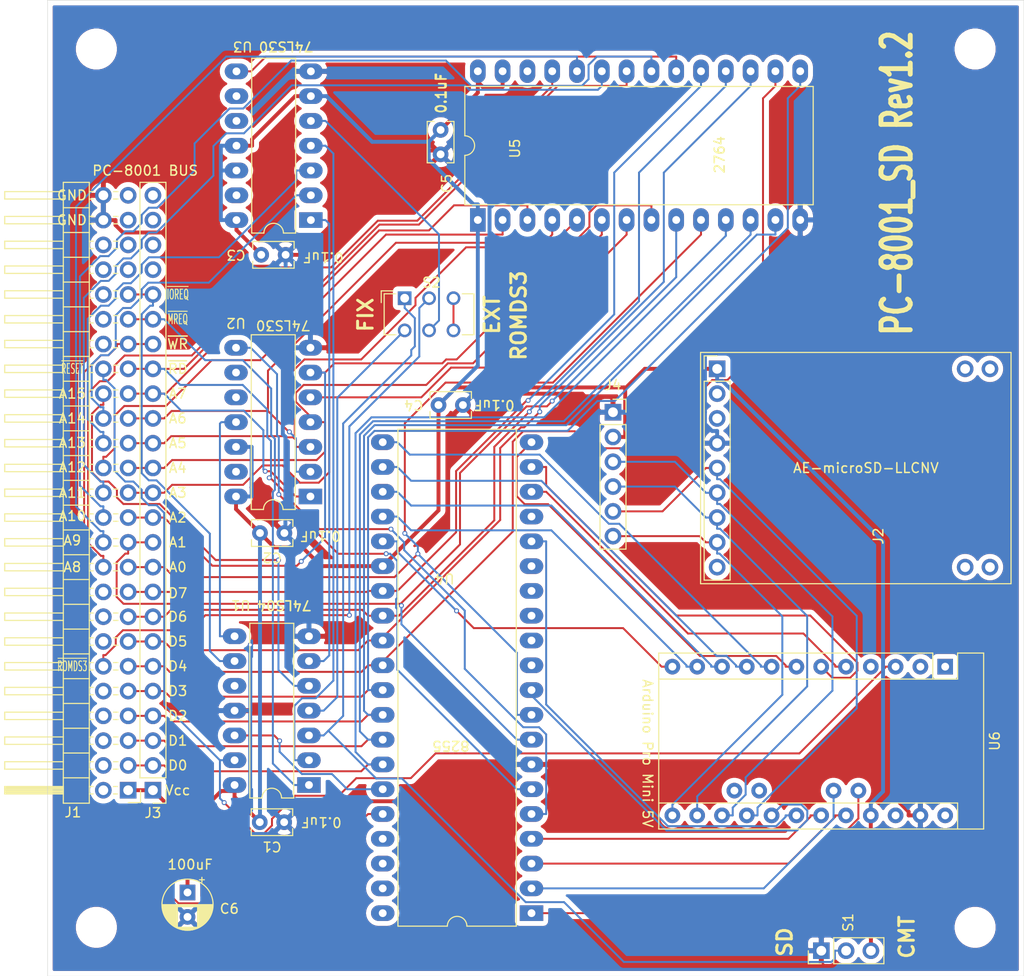
<source format=kicad_pcb>
(kicad_pcb (version 20171130) (host pcbnew "(5.1.9)-1")
  (layers (0 F.Cu signal) (31 B.Cu signal) (34 B.Paste user) (35 F.Paste user) (36 B.SilkS user hide) (37 F.SilkS user) (38 B.Mask user) (39 F.Mask user) (44 Edge.Cuts user))
  (net 0 "")
  (net 1 +5V)
  (net 2 GND)
  (net 3 "Net-(U1-Pad2)")
  (net 4 "Net-(U1-Pad12)")
  (net 5 "Net-(U1-Pad6)")
  (net 6 /D0)
  (net 7 /D1)
  (net 8 /D2)
  (net 9 /D3)
  (net 10 /D4)
  (net 11 /~ROMDS3)
  (net 12 /D5)
  (net 13 /D6)
  (net 14 /D7)
  (net 15 /A0)
  (net 16 /A8)
  (net 17 /A1)
  (net 18 /A9)
  (net 19 /A2)
  (net 20 /A10)
  (net 21 /A3)
  (net 22 /A11)
  (net 23 /A4)
  (net 24 /A12)
  (net 25 /A5)
  (net 26 /A13)
  (net 27 /A6)
  (net 28 /A14)
  (net 29 /A7)
  (net 30 /A15)
  (net 31 /~RD)
  (net 32 /~RESET)
  (net 33 /~WR)
  (net 34 /~MREQ)
  (net 35 /~IOREQ)
  (net 36 "Net-(U1-Pad8)")
  (net 37 "Net-(U2-Pad8)")
  (net 38 "Net-(U3-Pad8)")
  (net 39 "Net-(U4-Pad1)")
  (net 40 "Net-(U4-Pad21)")
  (net 41 "Net-(U4-Pad2)")
  (net 42 "Net-(U4-Pad22)")
  (net 43 "Net-(U4-Pad3)")
  (net 44 "Net-(U4-Pad23)")
  (net 45 "Net-(U4-Pad4)")
  (net 46 "Net-(U4-Pad24)")
  (net 47 "Net-(U4-Pad25)")
  (net 48 "Net-(U4-Pad10)")
  (net 49 "Net-(U4-Pad16)")
  (net 50 "Net-(U4-Pad18)")
  (net 51 "Net-(U4-Pad19)")
  (net 52 "Net-(U4-Pad20)")
  (net 53 /SCK)
  (net 54 /MISO)
  (net 55 /MOSI)
  (net 56 /CS)
  (net 57 "Net-(S1-Pad2)")
  (net 58 "Net-(S2-Pad3)")
  (net 59 "Net-(S2-Pad4)")
  (net 60 "Net-(S2-Pad5)")
  (module Capacitor_THT:C_Rect_L4.0mm_W2.5mm_P2.50mm (layer F.Cu) (at 127.672 96.418)
    (fp_text reference C4 (at -2.54 0 180 unlocked) (layer F.SilkS))
    (fp_text value 0.1uF (at 5.715 0 180 unlocked) (layer F.SilkS))
    (pad 1 thru_hole circle (at 0 0) (size 1.6 1.6) (drill 0.8) (layers *.Cu *.Mask) (net 1 +5V))
    (pad 2 thru_hole circle (at 2.5 0) (size 1.6 1.6) (drill 0.8) (layers *.Cu *.Mask) (net 2 GND))
  )
  (module Package_DIP:DIP-28_W15.24mm_LongPads (layer F.Cu) (at 131.697 77.454 90)
    (fp_text reference U5 hide)
    (fp_text value 2764 (at 6.685 24.765 90 unlocked) (layer F.SilkS))
    (fp_text user %R (at 7.32 3.81 90 unlocked) (layer F.SilkS))
    (pad 1 thru_hole rect (at 0 0 90) (size 2.4 1.6) (drill 0.8) (layers *.Cu *.Mask) (net 1 +5V))
    (pad 15 thru_hole oval (at 15.24 33.02 90) (size 2.4 1.6) (drill 0.8) (layers *.Cu *.Mask) (net 9 /D3))
    (pad 2 thru_hole oval (at 0 2.54 90) (size 2.4 1.6) (drill 0.8) (layers *.Cu *.Mask) (net 24 /A12))
    (pad 16 thru_hole oval (at 15.24 30.48 90) (size 2.4 1.6) (drill 0.8) (layers *.Cu *.Mask) (net 10 /D4))
    (pad 3 thru_hole oval (at 0 5.08 90) (size 2.4 1.6) (drill 0.8) (layers *.Cu *.Mask) (net 29 /A7))
    (pad 17 thru_hole oval (at 15.24 27.94 90) (size 2.4 1.6) (drill 0.8) (layers *.Cu *.Mask) (net 12 /D5))
    (pad 4 thru_hole oval (at 0 7.62 90) (size 2.4 1.6) (drill 0.8) (layers *.Cu *.Mask) (net 27 /A6))
    (pad 18 thru_hole oval (at 15.24 25.4 90) (size 2.4 1.6) (drill 0.8) (layers *.Cu *.Mask) (net 13 /D6))
    (pad 5 thru_hole oval (at 0 10.16 90) (size 2.4 1.6) (drill 0.8) (layers *.Cu *.Mask) (net 25 /A5))
    (pad 19 thru_hole oval (at 15.24 22.86 90) (size 2.4 1.6) (drill 0.8) (layers *.Cu *.Mask) (net 14 /D7))
    (pad 6 thru_hole oval (at 0 12.7 90) (size 2.4 1.6) (drill 0.8) (layers *.Cu *.Mask) (net 23 /A4))
    (pad 20 thru_hole oval (at 15.24 20.32 90) (size 2.4 1.6) (drill 0.8) (layers *.Cu *.Mask) (net 38 "Net-(U3-Pad8)"))
    (pad 7 thru_hole oval (at 0 15.24 90) (size 2.4 1.6) (drill 0.8) (layers *.Cu *.Mask) (net 21 /A3))
    (pad 21 thru_hole oval (at 15.24 17.78 90) (size 2.4 1.6) (drill 0.8) (layers *.Cu *.Mask) (net 20 /A10))
    (pad 8 thru_hole oval (at 0 17.78 90) (size 2.4 1.6) (drill 0.8) (layers *.Cu *.Mask) (net 19 /A2))
    (pad 22 thru_hole oval (at 15.24 15.24 90) (size 2.4 1.6) (drill 0.8) (layers *.Cu *.Mask) (net 31 /~RD))
    (pad 9 thru_hole oval (at 0 20.32 90) (size 2.4 1.6) (drill 0.8) (layers *.Cu *.Mask) (net 17 /A1))
    (pad 23 thru_hole oval (at 15.24 12.7 90) (size 2.4 1.6) (drill 0.8) (layers *.Cu *.Mask) (net 22 /A11))
    (pad 10 thru_hole oval (at 0 22.86 90) (size 2.4 1.6) (drill 0.8) (layers *.Cu *.Mask) (net 15 /A0))
    (pad 24 thru_hole oval (at 15.24 10.16 90) (size 2.4 1.6) (drill 0.8) (layers *.Cu *.Mask) (net 18 /A9))
    (pad 11 thru_hole oval (at 0 25.4 90) (size 2.4 1.6) (drill 0.8) (layers *.Cu *.Mask) (net 6 /D0))
    (pad 25 thru_hole oval (at 15.24 7.62 90) (size 2.4 1.6) (drill 0.8) (layers *.Cu *.Mask) (net 16 /A8))
    (pad 12 thru_hole oval (at 0 27.94 90) (size 2.4 1.6) (drill 0.8) (layers *.Cu *.Mask) (net 7 /D1))
    (pad 26 thru_hole oval (at 15.24 5.08 90) (size 2.4 1.6) (drill 0.8) (layers *.Cu *.Mask))
    (pad 13 thru_hole oval (at 0 30.48 90) (size 2.4 1.6) (drill 0.8) (layers *.Cu *.Mask) (net 8 /D2))
    (pad 27 thru_hole oval (at 15.24 2.54 90) (size 2.4 1.6) (drill 0.8) (layers *.Cu *.Mask) (net 1 +5V))
    (pad 14 thru_hole oval (at 0 33.02 90) (size 2.4 1.6) (drill 0.8) (layers *.Cu *.Mask) (net 2 GND))
    (pad 28 thru_hole oval (at 15.24 0 90) (size 2.4 1.6) (drill 0.8) (layers *.Cu *.Mask) (net 1 +5V))
  )
  (module Package_DIP:DIP-40_W15.24mm_LongPads (layer F.Cu) (at 137.197 148.488 180)
    (fp_text reference U4 (at 8.89 34.29 180 unlocked) (layer F.SilkS))
    (fp_text value 8255 (at 8.255 17.145 180 unlocked) (layer F.SilkS))
    (pad 1 thru_hole rect (at 0 0 180) (size 2.4 1.6) (drill 0.8) (layers *.Cu *.Mask) (net 39 "Net-(U4-Pad1)"))
    (pad 21 thru_hole oval (at 15.24 48.26 180) (size 2.4 1.6) (drill 0.8) (layers *.Cu *.Mask) (net 40 "Net-(U4-Pad21)"))
    (pad 2 thru_hole oval (at 0 2.54 180) (size 2.4 1.6) (drill 0.8) (layers *.Cu *.Mask) (net 41 "Net-(U4-Pad2)"))
    (pad 22 thru_hole oval (at 15.24 45.72 180) (size 2.4 1.6) (drill 0.8) (layers *.Cu *.Mask) (net 42 "Net-(U4-Pad22)"))
    (pad 3 thru_hole oval (at 0 5.08 180) (size 2.4 1.6) (drill 0.8) (layers *.Cu *.Mask) (net 43 "Net-(U4-Pad3)"))
    (pad 23 thru_hole oval (at 15.24 43.18 180) (size 2.4 1.6) (drill 0.8) (layers *.Cu *.Mask) (net 44 "Net-(U4-Pad23)"))
    (pad 4 thru_hole oval (at 0 7.62 180) (size 2.4 1.6) (drill 0.8) (layers *.Cu *.Mask) (net 45 "Net-(U4-Pad4)"))
    (pad 24 thru_hole oval (at 15.24 40.64 180) (size 2.4 1.6) (drill 0.8) (layers *.Cu *.Mask) (net 46 "Net-(U4-Pad24)"))
    (pad 5 thru_hole oval (at 0 10.16 180) (size 2.4 1.6) (drill 0.8) (layers *.Cu *.Mask) (net 31 /~RD))
    (pad 25 thru_hole oval (at 15.24 38.1 180) (size 2.4 1.6) (drill 0.8) (layers *.Cu *.Mask) (net 47 "Net-(U4-Pad25)"))
    (pad 6 thru_hole oval (at 0 12.7 180) (size 2.4 1.6) (drill 0.8) (layers *.Cu *.Mask) (net 37 "Net-(U2-Pad8)"))
    (pad 26 thru_hole oval (at 15.24 35.56 180) (size 2.4 1.6) (drill 0.8) (layers *.Cu *.Mask) (net 1 +5V))
    (pad 7 thru_hole oval (at 0 15.24 180) (size 2.4 1.6) (drill 0.8) (layers *.Cu *.Mask) (net 2 GND))
    (pad 27 thru_hole oval (at 15.24 33.02 180) (size 2.4 1.6) (drill 0.8) (layers *.Cu *.Mask) (net 14 /D7))
    (pad 8 thru_hole oval (at 0 17.78 180) (size 2.4 1.6) (drill 0.8) (layers *.Cu *.Mask) (net 17 /A1))
    (pad 28 thru_hole oval (at 15.24 30.48 180) (size 2.4 1.6) (drill 0.8) (layers *.Cu *.Mask) (net 13 /D6))
    (pad 9 thru_hole oval (at 0 20.32 180) (size 2.4 1.6) (drill 0.8) (layers *.Cu *.Mask) (net 15 /A0))
    (pad 29 thru_hole oval (at 15.24 27.94 180) (size 2.4 1.6) (drill 0.8) (layers *.Cu *.Mask) (net 12 /D5))
    (pad 10 thru_hole oval (at 0 22.86 180) (size 2.4 1.6) (drill 0.8) (layers *.Cu *.Mask) (net 48 "Net-(U4-Pad10)"))
    (pad 30 thru_hole oval (at 15.24 25.4 180) (size 2.4 1.6) (drill 0.8) (layers *.Cu *.Mask) (net 10 /D4))
    (pad 11 thru_hole oval (at 0 25.4 180) (size 2.4 1.6) (drill 0.8) (layers *.Cu *.Mask))
    (pad 31 thru_hole oval (at 15.24 22.86 180) (size 2.4 1.6) (drill 0.8) (layers *.Cu *.Mask) (net 9 /D3))
    (pad 12 thru_hole oval (at 0 27.94 180) (size 2.4 1.6) (drill 0.8) (layers *.Cu *.Mask))
    (pad 32 thru_hole oval (at 15.24 20.32 180) (size 2.4 1.6) (drill 0.8) (layers *.Cu *.Mask) (net 8 /D2))
    (pad 13 thru_hole oval (at 0 30.48 180) (size 2.4 1.6) (drill 0.8) (layers *.Cu *.Mask))
    (pad 33 thru_hole oval (at 15.24 17.78 180) (size 2.4 1.6) (drill 0.8) (layers *.Cu *.Mask) (net 7 /D1))
    (pad 14 thru_hole oval (at 0 33.02 180) (size 2.4 1.6) (drill 0.8) (layers *.Cu *.Mask))
    (pad 34 thru_hole oval (at 15.24 15.24 180) (size 2.4 1.6) (drill 0.8) (layers *.Cu *.Mask) (net 6 /D0))
    (pad 15 thru_hole oval (at 0 35.56 180) (size 2.4 1.6) (drill 0.8) (layers *.Cu *.Mask))
    (pad 35 thru_hole oval (at 15.24 12.7 180) (size 2.4 1.6) (drill 0.8) (layers *.Cu *.Mask) (net 4 "Net-(U1-Pad12)"))
    (pad 16 thru_hole oval (at 0 38.1 180) (size 2.4 1.6) (drill 0.8) (layers *.Cu *.Mask) (net 49 "Net-(U4-Pad16)"))
    (pad 36 thru_hole oval (at 15.24 10.16 180) (size 2.4 1.6) (drill 0.8) (layers *.Cu *.Mask) (net 33 /~WR))
    (pad 17 thru_hole oval (at 0 40.64 180) (size 2.4 1.6) (drill 0.8) (layers *.Cu *.Mask))
    (pad 37 thru_hole oval (at 15.24 7.62 180) (size 2.4 1.6) (drill 0.8) (layers *.Cu *.Mask))
    (pad 18 thru_hole oval (at 0 43.18 180) (size 2.4 1.6) (drill 0.8) (layers *.Cu *.Mask) (net 50 "Net-(U4-Pad18)"))
    (pad 38 thru_hole oval (at 15.24 5.08 180) (size 2.4 1.6) (drill 0.8) (layers *.Cu *.Mask))
    (pad 19 thru_hole oval (at 0 45.72 180) (size 2.4 1.6) (drill 0.8) (layers *.Cu *.Mask) (net 51 "Net-(U4-Pad19)"))
    (pad 39 thru_hole oval (at 15.24 2.54 180) (size 2.4 1.6) (drill 0.8) (layers *.Cu *.Mask))
    (pad 20 thru_hole oval (at 0 48.26 180) (size 2.4 1.6) (drill 0.8) (layers *.Cu *.Mask) (net 52 "Net-(U4-Pad20)"))
    (pad 40 thru_hole oval (at 15.24 0 180) (size 2.4 1.6) (drill 0.8) (layers *.Cu *.Mask))
  )
  (module Capacitor_THT:C_Rect_L4.0mm_W2.5mm_P2.50mm (layer F.Cu) (at 127.887 68.229 270)
    (fp_text reference C5 (at 5.49 -0.635 90 unlocked) (layer F.SilkS))
    (fp_text value 0.1uF (at -3.77 -0.11 90 unlocked) (layer F.SilkS))
    (pad 1 thru_hole circle (at 0 0 270) (size 1.6 1.6) (drill 0.8) (layers *.Cu *.Mask) (net 1 +5V))
    (pad 2 thru_hole circle (at 2.5 0 270) (size 1.6 1.6) (drill 0.8) (layers *.Cu *.Mask) (net 2 GND))
  )
  (module MountingHole:MountingHole_3.2mm_M3 (layer F.Cu) (at 92.63 59.94)
    (fp_text reference MH4 hide)
    (fp_text value MountingHole_3.2mm_M3 hide)
    (pad 1 np_thru_hole circle (at 0 0) (size 3.2 3.2) (drill 3.2) (layers *.Cu *.Mask))
  )
  (module MountingHole:MountingHole_3.2mm_M3 (layer F.Cu) (at 182.63 59.94)
    (fp_text reference MH3 hide)
    (fp_text value MountingHole_3.2mm_M3 hide)
    (pad 1 np_thru_hole circle (at 0 0) (size 3.2 3.2) (drill 3.2) (layers *.Cu *.Mask))
  )
  (module MountingHole:MountingHole_3.2mm_M3 (layer F.Cu) (at 182.63 149.94)
    (fp_text reference MH2 hide)
    (fp_text value MountingHole_3.2mm_M3 hide)
    (pad 1 np_thru_hole circle (at 0 0) (size 3.2 3.2) (drill 3.2) (layers *.Cu *.Mask))
  )
  (module MountingHole:MountingHole_3.2mm_M3 (layer F.Cu) (at 92.63 149.94)
    (fp_text reference MH1 hide)
    (fp_text value MountingHole_3.2mm_M3 hide)
    (pad 1 np_thru_hole circle (at 0 0) (size 3.2 3.2) (drill 3.2) (layers *.Cu *.Mask))
  )
  (module Capacitor_THT:CP_Radial_D5.0mm_P2.50mm (layer F.Cu) (at 101.965 146.37 270)
    (fp_text reference C6 (at 1.67 -4.28) (layer F.SilkS))
    (fp_text value 100uF)
    (pad 1 thru_hole rect (at 0 0 270) (size 1.6 1.6) (drill 0.8) (layers *.Cu *.Mask) (net 1 +5V))
    (pad 2 thru_hole circle (at 2.5 0 270) (size 1.6 1.6) (drill 0.8) (layers *.Cu *.Mask) (net 2 GND))
  )
  (module Capacitor_THT:C_Rect_L4.0mm_W2.5mm_P2.50mm (layer F.Cu) (at 111.864 139.166 180)
    (fp_text reference C1 (at 1.25 -2.5 180 unlocked) (layer F.SilkS))
    (fp_text value 0.1uF)
    (pad 1 thru_hole circle (at 0 0 180) (size 1.6 1.6) (drill 0.8) (layers *.Cu *.Mask) (net 2 GND))
    (pad 2 thru_hole circle (at 2.5 0 180) (size 1.6 1.6) (drill 0.8) (layers *.Cu *.Mask) (net 1 +5V))
  )
  (module Capacitor_THT:C_Rect_L4.0mm_W2.5mm_P2.50mm (layer F.Cu) (at 111.887 109.537 180)
    (fp_text reference C2 (at 1.25 -2.5 180 unlocked) (layer F.SilkS))
    (fp_text value 0.1uF)
    (pad 2 thru_hole circle (at 2.5 0 180) (size 1.6 1.6) (drill 0.8) (layers *.Cu *.Mask) (net 1 +5V))
    (pad 1 thru_hole circle (at 0 0 180) (size 1.6 1.6) (drill 0.8) (layers *.Cu *.Mask) (net 2 GND))
  )
  (module Capacitor_THT:C_Rect_L4.0mm_W2.5mm_P2.50mm (layer F.Cu) (at 112.014 81.026 180)
    (fp_text reference C3 (at 5.08 0 180 unlocked) (layer F.SilkS))
    (fp_text value 0.1uF)
    (pad 1 thru_hole circle (at 0 0 180) (size 1.6 1.6) (drill 0.8) (layers *.Cu *.Mask) (net 2 GND))
    (pad 2 thru_hole circle (at 2.5 0 180) (size 1.6 1.6) (drill 0.8) (layers *.Cu *.Mask) (net 1 +5V))
  )
  (module Package_DIP:DIP-14_W7.62mm_LongPads (layer F.Cu) (at 114.404 135.356 180)
    (fp_text reference U1 (at 6.985 18.415 180 unlocked) (layer F.SilkS))
    (fp_text value 74LS04 (at 2.54 18.415 180 unlocked) (layer F.SilkS))
    (pad 14 thru_hole oval (at 7.62 0 180) (size 2.4 1.6) (drill 0.8) (layers *.Cu *.Mask) (net 1 +5V))
    (pad 7 thru_hole oval (at 0 15.24 180) (size 2.4 1.6) (drill 0.8) (layers *.Cu *.Mask) (net 2 GND))
    (pad 13 thru_hole oval (at 7.62 2.54 180) (size 2.4 1.6) (drill 0.8) (layers *.Cu *.Mask) (net 32 /~RESET))
    (pad 6 thru_hole oval (at 0 12.7 180) (size 2.4 1.6) (drill 0.8) (layers *.Cu *.Mask) (net 5 "Net-(U1-Pad6)"))
    (pad 12 thru_hole oval (at 7.62 5.08 180) (size 2.4 1.6) (drill 0.8) (layers *.Cu *.Mask) (net 4 "Net-(U1-Pad12)"))
    (pad 5 thru_hole oval (at 0 10.16 180) (size 2.4 1.6) (drill 0.8) (layers *.Cu *.Mask) (net 30 /A15))
    (pad 11 thru_hole oval (at 7.62 7.62 180) (size 2.4 1.6) (drill 0.8) (layers *.Cu *.Mask) (net 2 GND))
    (pad 4 thru_hole oval (at 0 7.62 180) (size 2.4 1.6) (drill 0.8) (layers *.Cu *.Mask) (net 59 "Net-(S2-Pad4)"))
    (pad 10 thru_hole oval (at 7.62 10.16 180) (size 2.4 1.6) (drill 0.8) (layers *.Cu *.Mask))
    (pad 3 thru_hole oval (at 0 5.08 180) (size 2.4 1.6) (drill 0.8) (layers *.Cu *.Mask) (net 57 "Net-(S1-Pad2)"))
    (pad 9 thru_hole oval (at 7.62 12.7 180) (size 2.4 1.6) (drill 0.8) (layers *.Cu *.Mask) (net 35 /~IOREQ))
    (pad 2 thru_hole oval (at 0 2.54 180) (size 2.4 1.6) (drill 0.8) (layers *.Cu *.Mask) (net 3 "Net-(U1-Pad2)"))
    (pad 8 thru_hole oval (at 7.62 15.24 180) (size 2.4 1.6) (drill 0.8) (layers *.Cu *.Mask) (net 36 "Net-(U1-Pad8)"))
    (pad 1 thru_hole rect (at 0 0 180) (size 2.4 1.6) (drill 0.8) (layers *.Cu *.Mask) (net 34 /~MREQ))
  )
  (module Package_DIP:DIP-14_W7.62mm_LongPads (layer F.Cu) (at 114.599 77.466 180)
    (fp_text reference U3 (at 6.985 17.78 180 unlocked) (layer F.SilkS))
    (fp_text value 74LS30 (at 2.54 17.78 180 unlocked) (layer F.SilkS))
    (pad 1 thru_hole rect (at 0 0 180) (size 2.4 1.6) (drill 0.8) (layers *.Cu *.Mask) (net 5 "Net-(U1-Pad6)"))
    (pad 8 thru_hole oval (at 7.62 15.24 180) (size 2.4 1.6) (drill 0.8) (layers *.Cu *.Mask) (net 38 "Net-(U3-Pad8)"))
    (pad 2 thru_hole oval (at 0 2.54 180) (size 2.4 1.6) (drill 0.8) (layers *.Cu *.Mask) (net 28 /A14))
    (pad 9 thru_hole oval (at 7.62 12.7 180) (size 2.4 1.6) (drill 0.8) (layers *.Cu *.Mask))
    (pad 3 thru_hole oval (at 0 5.08 180) (size 2.4 1.6) (drill 0.8) (layers *.Cu *.Mask) (net 26 /A13))
    (pad 10 thru_hole oval (at 7.62 10.16 180) (size 2.4 1.6) (drill 0.8) (layers *.Cu *.Mask))
    (pad 4 thru_hole oval (at 0 7.62 180) (size 2.4 1.6) (drill 0.8) (layers *.Cu *.Mask) (net 3 "Net-(U1-Pad2)"))
    (pad 11 thru_hole oval (at 7.62 7.62 180) (size 2.4 1.6) (drill 0.8) (layers *.Cu *.Mask) (net 1 +5V))
    (pad 5 thru_hole oval (at 0 10.16 180) (size 2.4 1.6) (drill 0.8) (layers *.Cu *.Mask) (net 60 "Net-(S2-Pad5)"))
    (pad 12 thru_hole oval (at 7.62 5.08 180) (size 2.4 1.6) (drill 0.8) (layers *.Cu *.Mask) (net 1 +5V))
    (pad 6 thru_hole oval (at 0 12.7 180) (size 2.4 1.6) (drill 0.8) (layers *.Cu *.Mask) (net 1 +5V))
    (pad 13 thru_hole oval (at 7.62 2.54 180) (size 2.4 1.6) (drill 0.8) (layers *.Cu *.Mask))
    (pad 7 thru_hole oval (at 0 15.24 180) (size 2.4 1.6) (drill 0.8) (layers *.Cu *.Mask) (net 2 GND))
    (pad 14 thru_hole oval (at 7.62 0 180) (size 2.4 1.6) (drill 0.8) (layers *.Cu *.Mask) (net 1 +5V))
  )
  (module Connector_PinHeader_2.54mm:PinHeader_2x25_P2.54mm_Horizontal (layer F.Cu) (at 95.885 135.89 180)
    (fp_text reference J1 (at 5.655 -2.27) (layer F.SilkS))
    (fp_text value "PC-8001 BUS")
    (pad 1 thru_hole rect (at 0 0 180) (size 1.7 1.7) (drill 1) (layers *.Cu *.Mask) (net 1 +5V))
    (pad 2 thru_hole oval (at 2.54 0 180) (size 1.7 1.7) (drill 1) (layers *.Cu *.Mask))
    (pad 3 thru_hole oval (at 0 2.54 180) (size 1.7 1.7) (drill 1) (layers *.Cu *.Mask) (net 6 /D0))
    (pad 4 thru_hole oval (at 2.54 2.54 180) (size 1.7 1.7) (drill 1) (layers *.Cu *.Mask))
    (pad 5 thru_hole oval (at 0 5.08 180) (size 1.7 1.7) (drill 1) (layers *.Cu *.Mask) (net 7 /D1))
    (pad 6 thru_hole oval (at 2.54 5.08 180) (size 1.7 1.7) (drill 1) (layers *.Cu *.Mask))
    (pad 7 thru_hole oval (at 0 7.62 180) (size 1.7 1.7) (drill 1) (layers *.Cu *.Mask) (net 8 /D2))
    (pad 8 thru_hole oval (at 2.54 7.62 180) (size 1.7 1.7) (drill 1) (layers *.Cu *.Mask))
    (pad 9 thru_hole oval (at 0 10.16 180) (size 1.7 1.7) (drill 1) (layers *.Cu *.Mask) (net 9 /D3))
    (pad 10 thru_hole oval (at 2.54 10.16 180) (size 1.7 1.7) (drill 1) (layers *.Cu *.Mask))
    (pad 11 thru_hole oval (at 0 12.7 180) (size 1.7 1.7) (drill 1) (layers *.Cu *.Mask) (net 10 /D4))
    (pad 12 thru_hole oval (at 2.54 12.7 180) (size 1.7 1.7) (drill 1) (layers *.Cu *.Mask) (net 11 /~ROMDS3))
    (pad 13 thru_hole oval (at 0 15.24 180) (size 1.7 1.7) (drill 1) (layers *.Cu *.Mask) (net 12 /D5))
    (pad 14 thru_hole oval (at 2.54 15.24 180) (size 1.7 1.7) (drill 1) (layers *.Cu *.Mask))
    (pad 15 thru_hole oval (at 0 17.78 180) (size 1.7 1.7) (drill 1) (layers *.Cu *.Mask) (net 13 /D6))
    (pad 16 thru_hole oval (at 2.54 17.78 180) (size 1.7 1.7) (drill 1) (layers *.Cu *.Mask))
    (pad 17 thru_hole oval (at 0 20.32 180) (size 1.7 1.7) (drill 1) (layers *.Cu *.Mask) (net 14 /D7))
    (pad 18 thru_hole oval (at 2.54 20.32 180) (size 1.7 1.7) (drill 1) (layers *.Cu *.Mask))
    (pad 19 thru_hole oval (at 0 22.86 180) (size 1.7 1.7) (drill 1) (layers *.Cu *.Mask) (net 15 /A0))
    (pad 20 thru_hole oval (at 2.54 22.86 180) (size 1.7 1.7) (drill 1) (layers *.Cu *.Mask) (net 16 /A8))
    (pad 21 thru_hole oval (at 0 25.4 180) (size 1.7 1.7) (drill 1) (layers *.Cu *.Mask) (net 17 /A1))
    (pad 22 thru_hole oval (at 2.54 25.4 180) (size 1.7 1.7) (drill 1) (layers *.Cu *.Mask) (net 18 /A9))
    (pad 23 thru_hole oval (at 0 27.94 180) (size 1.7 1.7) (drill 1) (layers *.Cu *.Mask) (net 19 /A2))
    (pad 24 thru_hole oval (at 2.54 27.94 180) (size 1.7 1.7) (drill 1) (layers *.Cu *.Mask) (net 20 /A10))
    (pad 25 thru_hole oval (at 0 30.48 180) (size 1.7 1.7) (drill 1) (layers *.Cu *.Mask) (net 21 /A3))
    (pad 26 thru_hole oval (at 2.54 30.48 180) (size 1.7 1.7) (drill 1) (layers *.Cu *.Mask) (net 22 /A11))
    (pad 27 thru_hole oval (at 0 33.02 180) (size 1.7 1.7) (drill 1) (layers *.Cu *.Mask) (net 23 /A4))
    (pad 28 thru_hole oval (at 2.54 33.02 180) (size 1.7 1.7) (drill 1) (layers *.Cu *.Mask) (net 24 /A12))
    (pad 29 thru_hole oval (at 0 35.56 180) (size 1.7 1.7) (drill 1) (layers *.Cu *.Mask) (net 25 /A5))
    (pad 30 thru_hole oval (at 2.54 35.56 180) (size 1.7 1.7) (drill 1) (layers *.Cu *.Mask) (net 26 /A13))
    (pad 31 thru_hole oval (at 0 38.1 180) (size 1.7 1.7) (drill 1) (layers *.Cu *.Mask) (net 27 /A6))
    (pad 32 thru_hole oval (at 2.54 38.1 180) (size 1.7 1.7) (drill 1) (layers *.Cu *.Mask) (net 28 /A14))
    (pad 33 thru_hole oval (at 0 40.64 180) (size 1.7 1.7) (drill 1) (layers *.Cu *.Mask) (net 29 /A7))
    (pad 34 thru_hole oval (at 2.54 40.64 180) (size 1.7 1.7) (drill 1) (layers *.Cu *.Mask) (net 30 /A15))
    (pad 35 thru_hole oval (at 0 43.18 180) (size 1.7 1.7) (drill 1) (layers *.Cu *.Mask) (net 31 /~RD))
    (pad 36 thru_hole oval (at 2.54 43.18 180) (size 1.7 1.7) (drill 1) (layers *.Cu *.Mask) (net 32 /~RESET))
    (pad 37 thru_hole oval (at 0 45.72 180) (size 1.7 1.7) (drill 1) (layers *.Cu *.Mask) (net 33 /~WR))
    (pad 38 thru_hole oval (at 2.54 45.72 180) (size 1.7 1.7) (drill 1) (layers *.Cu *.Mask))
    (pad 39 thru_hole oval (at 0 48.26 180) (size 1.7 1.7) (drill 1) (layers *.Cu *.Mask) (net 34 /~MREQ))
    (pad 40 thru_hole oval (at 2.54 48.26 180) (size 1.7 1.7) (drill 1) (layers *.Cu *.Mask))
    (pad 41 thru_hole oval (at 0 50.8 180) (size 1.7 1.7) (drill 1) (layers *.Cu *.Mask) (net 35 /~IOREQ))
    (pad 42 thru_hole oval (at 2.54 50.8 180) (size 1.7 1.7) (drill 1) (layers *.Cu *.Mask))
    (pad 43 thru_hole oval (at 0 53.34 180) (size 1.7 1.7) (drill 1) (layers *.Cu *.Mask))
    (pad 44 thru_hole oval (at 2.54 53.34 180) (size 1.7 1.7) (drill 1) (layers *.Cu *.Mask))
    (pad 45 thru_hole oval (at 0 55.88 180) (size 1.7 1.7) (drill 1) (layers *.Cu *.Mask))
    (pad 46 thru_hole oval (at 2.54 55.88 180) (size 1.7 1.7) (drill 1) (layers *.Cu *.Mask))
    (pad 47 thru_hole oval (at 0 58.42 180) (size 1.7 1.7) (drill 1) (layers *.Cu *.Mask))
    (pad 48 thru_hole oval (at 2.54 58.42 180) (size 1.7 1.7) (drill 1) (layers *.Cu *.Mask) (net 2 GND))
    (pad 49 thru_hole oval (at 0 60.96 180) (size 1.7 1.7) (drill 1) (layers *.Cu *.Mask))
    (pad 50 thru_hole oval (at 2.54 60.96 180) (size 1.7 1.7) (drill 1) (layers *.Cu *.Mask) (net 2 GND))
  )
  (module Connector_PinHeader_2.54mm:PinHeader_1x25_P2.54mm_Vertical (layer F.Cu) (at 98.425 135.89 180)
    (fp_text reference J3 (at 0 -2.33) (layer F.SilkS))
    (fp_text value Conn_01x25)
    (pad 1 thru_hole rect (at 0 0 180) (size 1.7 1.7) (drill 1) (layers *.Cu *.Mask) (net 1 +5V))
    (pad 2 thru_hole oval (at 0 2.54 180) (size 1.7 1.7) (drill 1) (layers *.Cu *.Mask) (net 6 /D0))
    (pad 3 thru_hole oval (at 0 5.08 180) (size 1.7 1.7) (drill 1) (layers *.Cu *.Mask) (net 7 /D1))
    (pad 4 thru_hole oval (at 0 7.62 180) (size 1.7 1.7) (drill 1) (layers *.Cu *.Mask) (net 8 /D2))
    (pad 5 thru_hole oval (at 0 10.16 180) (size 1.7 1.7) (drill 1) (layers *.Cu *.Mask) (net 9 /D3))
    (pad 6 thru_hole oval (at 0 12.7 180) (size 1.7 1.7) (drill 1) (layers *.Cu *.Mask) (net 10 /D4))
    (pad 7 thru_hole oval (at 0 15.24 180) (size 1.7 1.7) (drill 1) (layers *.Cu *.Mask) (net 12 /D5))
    (pad 8 thru_hole oval (at 0 17.78 180) (size 1.7 1.7) (drill 1) (layers *.Cu *.Mask) (net 13 /D6))
    (pad 9 thru_hole oval (at 0 20.32 180) (size 1.7 1.7) (drill 1) (layers *.Cu *.Mask) (net 14 /D7))
    (pad 10 thru_hole oval (at 0 22.86 180) (size 1.7 1.7) (drill 1) (layers *.Cu *.Mask) (net 15 /A0))
    (pad 11 thru_hole oval (at 0 25.4 180) (size 1.7 1.7) (drill 1) (layers *.Cu *.Mask) (net 17 /A1))
    (pad 12 thru_hole oval (at 0 27.94 180) (size 1.7 1.7) (drill 1) (layers *.Cu *.Mask) (net 19 /A2))
    (pad 13 thru_hole oval (at 0 30.48 180) (size 1.7 1.7) (drill 1) (layers *.Cu *.Mask) (net 21 /A3))
    (pad 14 thru_hole oval (at 0 33.02 180) (size 1.7 1.7) (drill 1) (layers *.Cu *.Mask) (net 23 /A4))
    (pad 15 thru_hole oval (at 0 35.56 180) (size 1.7 1.7) (drill 1) (layers *.Cu *.Mask) (net 25 /A5))
    (pad 16 thru_hole oval (at 0 38.1 180) (size 1.7 1.7) (drill 1) (layers *.Cu *.Mask) (net 27 /A6))
    (pad 17 thru_hole oval (at 0 40.64 180) (size 1.7 1.7) (drill 1) (layers *.Cu *.Mask) (net 29 /A7))
    (pad 18 thru_hole oval (at 0 43.18 180) (size 1.7 1.7) (drill 1) (layers *.Cu *.Mask) (net 31 /~RD))
    (pad 19 thru_hole oval (at 0 45.72 180) (size 1.7 1.7) (drill 1) (layers *.Cu *.Mask) (net 33 /~WR))
    (pad 20 thru_hole oval (at 0 48.26 180) (size 1.7 1.7) (drill 1) (layers *.Cu *.Mask) (net 34 /~MREQ))
    (pad 21 thru_hole oval (at 0 50.8 180) (size 1.7 1.7) (drill 1) (layers *.Cu *.Mask) (net 35 /~IOREQ))
    (pad 22 thru_hole oval (at 0 53.34 180) (size 1.7 1.7) (drill 1) (layers *.Cu *.Mask))
    (pad 23 thru_hole oval (at 0 55.88 180) (size 1.7 1.7) (drill 1) (layers *.Cu *.Mask))
    (pad 24 thru_hole oval (at 0 58.42 180) (size 1.7 1.7) (drill 1) (layers *.Cu *.Mask))
    (pad 25 thru_hole oval (at 0 60.96 180) (size 1.7 1.7) (drill 1) (layers *.Cu *.Mask))
  )
  (module Connector_PinHeader_2.54mm:PinHeader_1x03_P2.54mm_Vertical (layer F.Cu) (at 166.878 152.336 90)
    (fp_text reference S1 (at 2.896 2.752 90) (layer F.SilkS))
    (fp_text value SLIDE_SWITCH_3P)
    (pad 1 thru_hole rect (at 0 0 90) (size 1.7 1.7) (drill 1) (layers *.Cu *.Mask) (net 2 GND))
    (pad 2 thru_hole oval (at 0 2.54 90) (size 1.7 1.7) (drill 1) (layers *.Cu *.Mask) (net 57 "Net-(S1-Pad2)"))
    (pad 3 thru_hole oval (at 0 5.08 90) (size 1.7 1.7) (drill 1) (layers *.Cu *.Mask) (net 1 +5V))
  )
  (module Package_DIP:DIP-14_W7.62mm_LongPads (layer F.Cu) (at 114.554 105.791 180)
    (fp_text reference U2 (at 7.62 17.78 180 unlocked) (layer F.SilkS))
    (fp_text value 74LS30)
    (pad 1 thru_hole rect (at 0 0 180) (size 2.4 1.6) (drill 0.8) (layers *.Cu *.Mask) (net 29 /A7))
    (pad 8 thru_hole oval (at 7.62 15.24 180) (size 2.4 1.6) (drill 0.8) (layers *.Cu *.Mask) (net 37 "Net-(U2-Pad8)"))
    (pad 2 thru_hole oval (at 0 2.54 180) (size 2.4 1.6) (drill 0.8) (layers *.Cu *.Mask) (net 27 /A6))
    (pad 9 thru_hole oval (at 7.62 12.7 180) (size 2.4 1.6) (drill 0.8) (layers *.Cu *.Mask))
    (pad 3 thru_hole oval (at 0 5.08 180) (size 2.4 1.6) (drill 0.8) (layers *.Cu *.Mask) (net 25 /A5))
    (pad 10 thru_hole oval (at 7.62 10.16 180) (size 2.4 1.6) (drill 0.8) (layers *.Cu *.Mask))
    (pad 4 thru_hole oval (at 0 7.62 180) (size 2.4 1.6) (drill 0.8) (layers *.Cu *.Mask) (net 23 /A4))
    (pad 11 thru_hole oval (at 7.62 7.62 180) (size 2.4 1.6) (drill 0.8) (layers *.Cu *.Mask) (net 36 "Net-(U1-Pad8)"))
    (pad 5 thru_hole oval (at 0 10.16 180) (size 2.4 1.6) (drill 0.8) (layers *.Cu *.Mask) (net 21 /A3))
    (pad 12 thru_hole oval (at 7.62 5.08 180) (size 2.4 1.6) (drill 0.8) (layers *.Cu *.Mask) (net 1 +5V))
    (pad 6 thru_hole oval (at 0 12.7 180) (size 2.4 1.6) (drill 0.8) (layers *.Cu *.Mask) (net 19 /A2))
    (pad 13 thru_hole oval (at 7.62 2.54 180) (size 2.4 1.6) (drill 0.8) (layers *.Cu *.Mask))
    (pad 7 thru_hole oval (at 0 15.24 180) (size 2.4 1.6) (drill 0.8) (layers *.Cu *.Mask) (net 2 GND))
    (pad 14 thru_hole oval (at 7.62 0 180) (size 2.4 1.6) (drill 0.8) (layers *.Cu *.Mask) (net 1 +5V))
  )
  (module Kicad:AE-microSD-LLCNV (layer F.Cu) (at 156.21 113.03 180)
    (fp_text reference J2 (at -16.51 3.175 90) (layer F.SilkS))
    (fp_text value Micro_SD_Card_Kit hide)
    (fp_text user AE-microSD-LLCNV (at -15.24 10.16) (layer F.SilkS))
    (pad 1 thru_hole rect (at 0 20.32) (size 1.7 1.7) (drill 1) (layers *.Cu *.Mask) (net 1 +5V))
    (pad 2 thru_hole oval (at 0 17.78) (size 1.7 1.7) (drill 1) (layers *.Cu *.Mask))
    (pad 3 thru_hole oval (at 0 15.24) (size 1.7 1.7) (drill 1) (layers *.Cu *.Mask))
    (pad 4 thru_hole oval (at 0 12.7) (size 1.7 1.7) (drill 1) (layers *.Cu *.Mask) (net 2 GND))
    (pad 5 thru_hole oval (at 0 10.16) (size 1.7 1.7) (drill 1) (layers *.Cu *.Mask) (net 53 /SCK))
    (pad 6 thru_hole oval (at 0 7.62) (size 1.7 1.7) (drill 1) (layers *.Cu *.Mask) (net 54 /MISO))
    (pad 7 thru_hole oval (at 0 5.08) (size 1.7 1.7) (drill 1) (layers *.Cu *.Mask) (net 55 /MOSI))
    (pad 8 thru_hole oval (at 0 2.54) (size 1.7 1.7) (drill 1) (layers *.Cu *.Mask) (net 56 /CS))
    (pad 9 thru_hole oval (at 0 0) (size 1.7 1.7) (drill 1) (layers *.Cu *.Mask))
    (pad "" thru_hole oval (at -27.94 0 180) (size 1.7 1.7) (drill 1) (layers *.Cu *.Mask))
    (pad "" thru_hole oval (at -25.4 0 180) (size 1.7 1.7) (drill 1) (layers *.Cu *.Mask))
    (pad "" thru_hole oval (at -27.94 20.32 180) (size 1.7 1.7) (drill 1) (layers *.Cu *.Mask))
    (pad "" thru_hole oval (at -25.4 20.32 180) (size 1.7 1.7) (drill 1) (layers *.Cu *.Mask))
  )
  (module Kicad:Arduino_Pro_Mini (layer F.Cu) (at 179.565 123.23 270)
    (fp_text reference U6 (at 7.62 -5.08 270) (layer F.SilkS))
    (fp_text value Arduino_Pro_Mini_5V)
    (pad 1 thru_hole rect (at 0 0 270) (size 1.6 1.6) (drill 0.8) (layers *.Cu *.Mask))
    (pad 2 thru_hole oval (at 0 2.54 270) (size 1.6 1.6) (drill 0.8) (layers *.Cu *.Mask))
    (pad 3 thru_hole oval (at 0 5.08 270) (size 1.6 1.6) (drill 0.8) (layers *.Cu *.Mask) (net 32 /~RESET))
    (pad 13 thru_hole oval (at 15.24 27.94 270) (size 1.6 1.6) (drill 0.8) (layers *.Cu *.Mask) (net 56 /CS))
    (pad 4 thru_hole oval (at 0 7.62 270) (size 1.6 1.6) (drill 0.8) (layers *.Cu *.Mask))
    (pad 14 thru_hole oval (at 15.24 25.4 270) (size 1.6 1.6) (drill 0.8) (layers *.Cu *.Mask) (net 55 /MOSI))
    (pad 5 thru_hole oval (at 0 10.16 270) (size 1.6 1.6) (drill 0.8) (layers *.Cu *.Mask) (net 50 "Net-(U4-Pad18)"))
    (pad 15 thru_hole oval (at 15.24 22.86 270) (size 1.6 1.6) (drill 0.8) (layers *.Cu *.Mask) (net 54 /MISO))
    (pad 6 thru_hole oval (at 0 12.7 270) (size 1.6 1.6) (drill 0.8) (layers *.Cu *.Mask) (net 51 "Net-(U4-Pad19)"))
    (pad 16 thru_hole oval (at 15.24 20.32 270) (size 1.6 1.6) (drill 0.8) (layers *.Cu *.Mask) (net 53 /SCK))
    (pad 7 thru_hole oval (at 0 15.24 270) (size 1.6 1.6) (drill 0.8) (layers *.Cu *.Mask) (net 52 "Net-(U4-Pad20)"))
    (pad 17 thru_hole oval (at 15.24 17.78 270) (size 1.6 1.6) (drill 0.8) (layers *.Cu *.Mask) (net 48 "Net-(U4-Pad10)"))
    (pad 8 thru_hole oval (at 0 17.78 270) (size 1.6 1.6) (drill 0.8) (layers *.Cu *.Mask) (net 40 "Net-(U4-Pad21)"))
    (pad 18 thru_hole oval (at 15.24 15.24 270) (size 1.6 1.6) (drill 0.8) (layers *.Cu *.Mask) (net 49 "Net-(U4-Pad16)"))
    (pad 9 thru_hole oval (at 0 20.32 270) (size 1.6 1.6) (drill 0.8) (layers *.Cu *.Mask) (net 42 "Net-(U4-Pad22)"))
    (pad 19 thru_hole oval (at 15.24 12.7 270) (size 1.6 1.6) (drill 0.8) (layers *.Cu *.Mask) (net 45 "Net-(U4-Pad4)"))
    (pad 10 thru_hole oval (at 0 22.86 270) (size 1.6 1.6) (drill 0.8) (layers *.Cu *.Mask) (net 44 "Net-(U4-Pad23)"))
    (pad 20 thru_hole oval (at 15.24 10.16 270) (size 1.6 1.6) (drill 0.8) (layers *.Cu *.Mask) (net 43 "Net-(U4-Pad3)"))
    (pad 11 thru_hole oval (at 0 25.4 270) (size 1.6 1.6) (drill 0.8) (layers *.Cu *.Mask) (net 46 "Net-(U4-Pad24)"))
    (pad 21 thru_hole oval (at 15.24 7.62 270) (size 1.6 1.6) (drill 0.8) (layers *.Cu *.Mask) (net 1 +5V))
    (pad 12 thru_hole oval (at 0 27.94 270) (size 1.6 1.6) (drill 0.8) (layers *.Cu *.Mask) (net 47 "Net-(U4-Pad25)"))
    (pad 22 thru_hole oval (at 15.24 5.08 270) (size 1.6 1.6) (drill 0.8) (layers *.Cu *.Mask))
    (pad 23 thru_hole oval (at 15.24 2.54 270) (size 1.6 1.6) (drill 0.8) (layers *.Cu *.Mask) (net 2 GND))
    (pad 24 thru_hole oval (at 15.24 0 270) (size 1.6 1.6) (drill 0.8) (layers *.Cu *.Mask))
    (pad A5 thru_hole oval (at 12.7 8.89 270) (size 1.6 1.6) (drill 0.8) (layers *.Cu *.Mask) (net 39 "Net-(U4-Pad1)"))
    (pad A4 thru_hole oval (at 12.7 11.43 270) (size 1.6 1.6) (drill 0.8) (layers *.Cu *.Mask) (net 41 "Net-(U4-Pad2)"))
    (pad A7 thru_hole oval (at 12.7 19.05 270) (size 1.6 1.6) (drill 0.8) (layers *.Cu *.Mask))
    (pad A6 thru_hole oval (at 12.7 21.59 270) (size 1.6 1.6) (drill 0.8) (layers *.Cu *.Mask))
  )
  (module Connector_PinSocket_2.54mm:PinSocket_1x06_P2.54mm_Vertical (layer F.Cu) (at 145.542 97.155)
    (fp_text reference J4 (at 0 -2.77) (layer F.SilkS))
    (fp_text value "MicroSD Card Adapter")
    (pad 1 thru_hole rect (at 0 0) (size 1.7 1.7) (drill 1) (layers *.Cu *.Mask) (net 2 GND))
    (pad 2 thru_hole oval (at 0 2.54) (size 1.7 1.7) (drill 1) (layers *.Cu *.Mask) (net 1 +5V))
    (pad 3 thru_hole oval (at 0 5.08) (size 1.7 1.7) (drill 1) (layers *.Cu *.Mask) (net 54 /MISO))
    (pad 4 thru_hole oval (at 0 7.62) (size 1.7 1.7) (drill 1) (layers *.Cu *.Mask) (net 55 /MOSI))
    (pad 5 thru_hole oval (at 0 10.16) (size 1.7 1.7) (drill 1) (layers *.Cu *.Mask) (net 53 /SCK))
    (pad 6 thru_hole oval (at 0 12.7) (size 1.7 1.7) (drill 1) (layers *.Cu *.Mask) (net 56 /CS))
  )
  (module Button_Switch_THT:SW_CuK_JS202011CQN_DPDT_Straight (layer F.Cu) (at 124.206 85.471)
    (fp_text reference S2 (at 2.75 -1.6) (layer F.SilkS))
    (fp_text value "SLIDE SWITCH")
    (pad 1 thru_hole rect (at 0 0) (size 1.4 1.4) (drill 0.9) (layers *.Cu *.Mask) (net 57 "Net-(S1-Pad2)"))
    (pad 2 thru_hole circle (at 2.5 0) (size 1.4 1.4) (drill 0.9) (layers *.Cu *.Mask) (net 11 /~ROMDS3))
    (pad 3 thru_hole circle (at 5 0) (size 1.4 1.4) (drill 0.9) (layers *.Cu *.Mask) (net 58 "Net-(S2-Pad3)"))
    (pad 4 thru_hole circle (at 0 3.3) (size 1.4 1.4) (drill 0.9) (layers *.Cu *.Mask) (net 59 "Net-(S2-Pad4)"))
    (pad 5 thru_hole circle (at 2.5 3.3) (size 1.4 1.4) (drill 0.9) (layers *.Cu *.Mask) (net 60 "Net-(S2-Pad5)"))
    (pad 6 thru_hole circle (at 5 3.3) (size 1.4 1.4) (drill 0.9) (layers *.Cu *.Mask) (net 58 "Net-(S2-Pad3)"))
  )
  (gr_text ROMDS3 (at 135.89 87.249 90) (layer F.SilkS) (effects (font (size 1.5 1.5) (thickness 0.3))))
  (gr_text EXT (at 133.158 87.178 90) (layer F.SilkS) (effects (font (size 1.5 1.5) (thickness 0.3))))
  (gr_text FIX (at 120.204 87.178 90) (layer F.SilkS) (effects (font (size 1.5 1.5) (thickness 0.3))))
  (gr_text SD (at 163.13 151.44 90) (layer F.SilkS) (effects (font (size 1.5 1.5) (thickness 0.3))))
  (gr_text CMT (at 175.63 150.94 90) (layer F.SilkS) (effects (font (size 1.5 1.5) (thickness 0.3))))
  (gr_text D7 (at 100.97 115.7) (layer F.SilkS) (effects (font (size 1 1))))
  (gr_text A9 (at 90.17 110.29) (layer F.SilkS) (effects (font (size 1 1))))
  (gr_text A10 (at 90.17 107.79) (layer F.SilkS) (effects (font (size 1 1))))
  (gr_text A12 (at 90.17 102.79) (layer F.SilkS) (effects (font (size 1 1))))
  (gr_text A13 (at 90.17 100.29) (layer F.SilkS) (effects (font (size 1 1))))
  (gr_text GND (at 90.13 74.93) (layer F.SilkS) (effects (font (size 1 1))))
  (gr_text GND (at 90.13 77.47) (layer F.SilkS) (effects (font (size 1 1))))
  (gr_text 74LS04 (at 111.864 116.941 -180) (layer F.SilkS) (effects (font (size 1 1))))
  (gr_text 74LS30 (at 112.059 59.686 -180) (layer F.SilkS) (effects (font (size 1 1))))
  (gr_text 74LS30 (at 111.764 88.256 -180) (layer F.SilkS) (effects (font (size 1 1))))
  (gr_text 0.1uF (at 115.674 139.166 -180) (layer F.SilkS) (effects (font (size 1 1))))
  (gr_text 0.1uF (at 115.869 81.276 -180) (layer F.SilkS) (effects (font (size 1 1))))
  (gr_text 0.1uF (at 115.574 109.846 -180) (layer F.SilkS) (effects (font (size 1 1))))
  (gr_text A15 (at 90.17 95.25) (layer F.SilkS) (effects (font (size 1 1))))
  (gr_text A11 (at 90.17 105.41) (layer F.SilkS) (effects (font (size 1 1))))
  (gr_text ~ROMDS3 (at 90.17 123.19) (layer F.SilkS) (effects (font (size 1 0.5) (thickness 0.1))))
  (gr_text 8255 (at 128.942 131.343 -180) (layer F.SilkS) (effects (font (size 1 1))))
  (gr_text 0.1uF (at 133.387 96.418 -180) (layer F.SilkS) (effects (font (size 1 1))))
  (gr_text "Arduino Pro Mini 5V" (at 149.085 132.12 -90) (layer F.SilkS) (effects (font (size 1 1))))
  (gr_text 0.1uF (at 127.887 64.459 -270) (layer F.SilkS) (effects (font (size 1 1))))
  (gr_text 2764 (at 156.462 70.769 -270) (layer F.SilkS) (effects (font (size 1 1))))
  (gr_text "PC-8001 BUS" (at 97.63 72.4) (layer F.SilkS) (effects (font (size 1 1))))
  (gr_text 100uF (at 102.235 143.51) (layer F.SilkS) (effects (font (size 1 1))))
  (gr_text A14 (at 90.17 97.79) (layer F.SilkS) (effects (font (size 1 1))))
  (gr_text ~RESET (at 90.17 92.71) (layer F.SilkS) (effects (font (size 1 0.5) (thickness 0.1))))
  (gr_text A8 (at 90.17 113.03) (layer F.SilkS) (effects (font (size 1 1))))
  (gr_text Vcc (at 100.965 135.89) (layer F.SilkS) (effects (font (size 1 1))))
  (gr_text D0 (at 100.965 133.35) (layer F.SilkS) (effects (font (size 1 1))))
  (gr_text D1 (at 100.965 130.81) (layer F.SilkS) (effects (font (size 1 1))))
  (gr_text D2 (at 100.965 128.27) (layer F.SilkS) (effects (font (size 1 1))))
  (gr_text D3 (at 100.965 125.73) (layer F.SilkS) (effects (font (size 1 1))))
  (gr_text D4 (at 100.965 123.19) (layer F.SilkS) (effects (font (size 1 1))))
  (gr_text D5 (at 100.965 120.65) (layer F.SilkS) (effects (font (size 1 1))))
  (gr_text D6 (at 100.965 118.11) (layer F.SilkS) (effects (font (size 1 1))))
  (gr_text A0 (at 100.965 113.03) (layer F.SilkS) (effects (font (size 1 1))))
  (gr_text A1 (at 100.965 110.49) (layer F.SilkS) (effects (font (size 1 1))))
  (gr_text A2 (at 100.965 107.95) (layer F.SilkS) (effects (font (size 1 1))))
  (gr_text A3 (at 100.965 105.41) (layer F.SilkS) (effects (font (size 1 1))))
  (gr_text A4 (at 100.965 102.87) (layer F.SilkS) (effects (font (size 1 1))))
  (gr_text A5 (at 100.965 100.33) (layer F.SilkS) (effects (font (size 1 1))))
  (gr_text A6 (at 100.965 97.79) (layer F.SilkS) (effects (font (size 1 1))))
  (gr_text A7 (at 100.965 95.25) (layer F.SilkS) (effects (font (size 1 1))))
  (gr_text ~RD (at 100.965 92.71) (layer F.SilkS) (effects (font (size 1 1))))
  (gr_text ~WR (at 100.965 90.17) (layer F.SilkS) (effects (font (size 1 1))))
  (gr_text ~MREQ (at 100.965 87.63) (layer F.SilkS) (effects (font (size 1 0.5) (thickness 0.1))))
  (gr_text ~IOREQ (at 100.965 85.09) (layer F.SilkS) (effects (font (size 1 0.5) (thickness 0.1))))
  (gr_text "PC-8001_SD Rev1.2" (at 174.625 73.66 90) (layer F.SilkS) (effects (font (size 3 2) (thickness 0.5))))
  (gr_line (start 87.63 54.94) (end 87.63 154.94) (layer Edge.Cuts) (width 0.05))
  (gr_line (start 187.63 154.94) (end 187.63 54.94) (layer Edge.Cuts) (width 0.05))
  (gr_line (start 87.63 154.94) (end 187.63 154.94) (layer Edge.Cuts) (width 0.05))
  (gr_line (start 187.63 54.94) (end 87.63 54.94) (layer Edge.Cuts) (width 0.05))
  (segment (start 127.672 96.418) (end 131.697 92.393) (width 0.4) (layer B.Cu) (net 1))
  (segment (start 131.697 92.393) (end 131.697 77.454) (width 0.4) (layer B.Cu) (net 1))
  (segment (start 109.387 109.537) (end 109.387 139.143) (width 0.4) (layer B.Cu) (net 1))
  (segment (start 109.387 139.143) (end 109.364 139.166) (width 0.4) (layer B.Cu) (net 1))
  (segment (start 121.957 112.928) (end 115.6649 112.928) (width 0.4) (layer F.Cu) (net 1))
  (segment (start 115.6649 112.928) (end 113.74 111.0031) (width 0.4) (layer F.Cu) (net 1))
  (segment (start 113.74 111.0031) (end 110.8531 111.0031) (width 0.4) (layer F.Cu) (net 1))
  (segment (start 110.8531 111.0031) (end 109.387 109.537) (width 0.4) (layer F.Cu) (net 1))
  (segment (start 127.672 96.418) (end 127.672 107.213) (width 0.4) (layer F.Cu) (net 1))
  (segment (start 127.672 107.213) (end 121.957 112.928) (width 0.4) (layer F.Cu) (net 1))
  (segment (start 106.979 69.846) (end 108.5793 69.846) (width 0.4) (layer F.Cu) (net 1))
  (segment (start 114.599 64.766) (end 112.9987 64.766) (width 0.4) (layer F.Cu) (net 1))
  (segment (start 112.9987 64.766) (end 108.5793 69.1854) (width 0.4) (layer F.Cu) (net 1))
  (segment (start 108.5793 69.1854) (end 108.5793 69.846) (width 0.4) (layer F.Cu) (net 1))
  (segment (start 146.7923 94.7171) (end 146.6938 94.6186) (width 0.4) (layer F.Cu) (net 1))
  (segment (start 146.6938 94.6186) (end 129.4714 94.6186) (width 0.4) (layer F.Cu) (net 1))
  (segment (start 129.4714 94.6186) (end 127.672 96.418) (width 0.4) (layer F.Cu) (net 1))
  (segment (start 146.7923 94.7171) (end 148.7994 92.71) (width 0.4) (layer F.Cu) (net 1))
  (segment (start 148.7994 92.71) (end 154.9597 92.71) (width 0.4) (layer F.Cu) (net 1))
  (segment (start 146.7923 99.695) (end 146.7923 94.7171) (width 0.4) (layer F.Cu) (net 1))
  (segment (start 171.945 138.47) (end 171.945 137.2697) (width 0.4) (layer B.Cu) (net 1))
  (segment (start 156.21 92.71) (end 156.21 93.9603) (width 0.4) (layer B.Cu) (net 1))
  (segment (start 156.21 93.9603) (end 156.757 93.9603) (width 0.4) (layer B.Cu) (net 1))
  (segment (start 156.757 93.9603) (end 173.2009 110.4042) (width 0.4) (layer B.Cu) (net 1))
  (segment (start 173.2009 110.4042) (end 173.2009 136.0138) (width 0.4) (layer B.Cu) (net 1))
  (segment (start 173.2009 136.0138) (end 171.945 137.2697) (width 0.4) (layer B.Cu) (net 1))
  (segment (start 145.542 99.695) (end 146.7923 99.695) (width 0.4) (layer F.Cu) (net 1))
  (segment (start 156.21 92.71) (end 154.9597 92.71) (width 0.4) (layer F.Cu) (net 1))
  (segment (start 134.237 62.214) (end 134.237 63.8143) (width 0.4) (layer F.Cu) (net 1))
  (segment (start 131.697 63.3165) (end 132.1948 63.8143) (width 0.4) (layer F.Cu) (net 1))
  (segment (start 132.1948 63.8143) (end 134.237 63.8143) (width 0.4) (layer F.Cu) (net 1))
  (segment (start 131.697 63.3165) (end 131.697 64.419) (width 0.4) (layer F.Cu) (net 1))
  (segment (start 131.697 64.419) (end 127.887 68.229) (width 0.4) (layer F.Cu) (net 1))
  (segment (start 131.697 62.214) (end 131.697 63.3165) (width 0.4) (layer F.Cu) (net 1))
  (segment (start 114.599 64.766) (end 116.1993 64.766) (width 0.4) (layer B.Cu) (net 1))
  (segment (start 126.6686 69.4474) (end 127.887 68.229) (width 0.4) (layer B.Cu) (net 1))
  (segment (start 131.697 75.8537) (end 131.2469 75.8537) (width 0.4) (layer B.Cu) (net 1))
  (segment (start 131.2469 75.8537) (end 126.6686 71.2754) (width 0.4) (layer B.Cu) (net 1))
  (segment (start 126.6686 71.2754) (end 126.6686 69.4474) (width 0.4) (layer B.Cu) (net 1))
  (segment (start 116.1993 64.766) (end 120.8807 69.4474) (width 0.4) (layer B.Cu) (net 1))
  (segment (start 120.8807 69.4474) (end 126.6686 69.4474) (width 0.4) (layer B.Cu) (net 1))
  (segment (start 131.697 77.454) (end 131.697 75.8537) (width 0.4) (layer B.Cu) (net 1))
  (segment (start 106.934 105.791) (end 108.5343 105.791) (width 0.4) (layer B.Cu) (net 1))
  (segment (start 101.965 139.43) (end 98.425 135.89) (width 0.4) (layer F.Cu) (net 1))
  (segment (start 101.965 146.37) (end 101.965 139.43) (width 0.4) (layer F.Cu) (net 1))
  (segment (start 106.784 135.971) (end 105.424 135.971) (width 0.4) (layer F.Cu) (net 1))
  (segment (start 105.424 135.971) (end 101.965 139.43) (width 0.4) (layer F.Cu) (net 1))
  (segment (start 106.784 135.971) (end 106.784 136.586) (width 0.4) (layer F.Cu) (net 1))
  (segment (start 106.784 136.586) (end 109.364 139.166) (width 0.4) (layer F.Cu) (net 1))
  (segment (start 106.784 135.356) (end 106.784 135.971) (width 0.4) (layer F.Cu) (net 1))
  (segment (start 106.979 77.466) (end 105.3787 77.466) (width 0.4) (layer B.Cu) (net 1))
  (segment (start 105.3787 77.466) (end 105.3787 72.386) (width 0.4) (layer B.Cu) (net 1))
  (segment (start 106.934 100.711) (end 108.5343 100.711) (width 0.4) (layer B.Cu) (net 1))
  (segment (start 108.5343 105.791) (end 108.5343 100.711) (width 0.4) (layer B.Cu) (net 1))
  (segment (start 106.979 69.846) (end 105.3787 69.846) (width 0.4) (layer B.Cu) (net 1))
  (segment (start 106.979 72.386) (end 105.3787 72.386) (width 0.4) (layer B.Cu) (net 1))
  (segment (start 105.3787 72.386) (end 105.3787 69.846) (width 0.4) (layer B.Cu) (net 1))
  (segment (start 171.958 152.336) (end 171.958 151.0857) (width 0.4) (layer F.Cu) (net 1))
  (segment (start 171.945 138.47) (end 171.945 151.0727) (width 0.4) (layer F.Cu) (net 1))
  (segment (start 171.945 151.0727) (end 171.958 151.0857) (width 0.4) (layer F.Cu) (net 1))
  (segment (start 106.979 77.466) (end 106.979 78.491) (width 0.4) (layer F.Cu) (net 1))
  (segment (start 106.979 78.491) (end 109.514 81.026) (width 0.4) (layer F.Cu) (net 1))
  (segment (start 106.934 105.791) (end 106.934 107.084) (width 0.4) (layer F.Cu) (net 1))
  (segment (start 106.934 107.084) (end 109.387 109.537) (width 0.4) (layer F.Cu) (net 1))
  (segment (start 98.425 135.89) (end 95.885 135.89) (width 0.4) (layer F.Cu) (net 1))
  (segment (start 108.3972 120.9924) (end 108.3972 127.7231) (width 0.4) (layer B.Cu) (net 2))
  (segment (start 108.3972 127.7231) (end 108.3843 127.736) (width 0.4) (layer B.Cu) (net 2))
  (segment (start 114.404 120.116) (end 109.2736 120.116) (width 0.4) (layer F.Cu) (net 2))
  (segment (start 109.2736 120.116) (end 108.3972 120.9924) (width 0.4) (layer F.Cu) (net 2))
  (segment (start 145.542 97.155) (end 144.2917 97.155) (width 0.4) (layer F.Cu) (net 2))
  (segment (start 144.2917 97.155) (end 142.3918 95.2551) (width 0.4) (layer F.Cu) (net 2))
  (segment (start 142.3918 95.2551) (end 131.3349 95.2551) (width 0.4) (layer F.Cu) (net 2))
  (segment (start 131.3349 95.2551) (end 130.172 96.418) (width 0.4) (layer F.Cu) (net 2))
  (segment (start 111.887 109.537) (end 111.9917 109.4323) (width 0.4) (layer B.Cu) (net 2))
  (segment (start 111.9917 109.4323) (end 111.9917 99.6805) (width 0.4) (layer B.Cu) (net 2))
  (segment (start 111.9917 99.6805) (end 111.7263 99.4151) (width 0.4) (layer B.Cu) (net 2))
  (segment (start 111.7263 99.4151) (end 111.7263 91.7784) (width 0.4) (layer B.Cu) (net 2))
  (segment (start 111.7263 91.7784) (end 112.9537 90.551) (width 0.4) (layer B.Cu) (net 2))
  (segment (start 111.864 139.166) (end 114.0077 137.0223) (width 0.4) (layer F.Cu) (net 2))
  (segment (start 114.0077 137.0223) (end 131.8224 137.0223) (width 0.4) (layer F.Cu) (net 2))
  (segment (start 131.8224 137.0223) (end 135.5967 133.248) (width 0.4) (layer F.Cu) (net 2))
  (segment (start 130.172 96.418) (end 132.8974 93.6926) (width 0.4) (layer B.Cu) (net 2))
  (segment (start 132.8974 93.6926) (end 132.8974 75.7394) (width 0.4) (layer B.Cu) (net 2))
  (segment (start 132.8974 75.7394) (end 127.887 70.729) (width 0.4) (layer B.Cu) (net 2))
  (segment (start 124.3143 70.341) (end 113.6293 81.026) (width 0.4) (layer F.Cu) (net 2))
  (segment (start 113.6293 81.026) (end 112.014 81.026) (width 0.4) (layer F.Cu) (net 2))
  (segment (start 127.887 70.729) (end 127.499 70.341) (width 0.4) (layer F.Cu) (net 2))
  (segment (start 127.499 70.341) (end 124.3143 70.341) (width 0.4) (layer F.Cu) (net 2))
  (segment (start 116.1993 62.226) (end 124.3143 70.341) (width 0.4) (layer F.Cu) (net 2))
  (segment (start 114.599 62.226) (end 116.1993 62.226) (width 0.4) (layer F.Cu) (net 2))
  (segment (start 112.014 81.026) (end 112.014 89.6113) (width 0.4) (layer B.Cu) (net 2))
  (segment (start 112.014 89.6113) (end 112.9537 90.551) (width 0.4) (layer B.Cu) (net 2))
  (segment (start 112.8037 120.116) (end 112.8037 110.4537) (width 0.4) (layer B.Cu) (net 2))
  (segment (start 112.8037 110.4537) (end 111.887 109.537) (width 0.4) (layer B.Cu) (net 2))
  (segment (start 114.554 90.551) (end 112.9537 90.551) (width 0.4) (layer B.Cu) (net 2))
  (segment (start 138.7973 133.248) (end 170.9778 133.248) (width 0.4) (layer F.Cu) (net 2))
  (segment (start 170.9778 133.248) (end 175.8247 138.0949) (width 0.4) (layer F.Cu) (net 2))
  (segment (start 175.8247 138.0949) (end 175.8247 138.47) (width 0.4) (layer F.Cu) (net 2))
  (segment (start 154.9596 97.155) (end 154.9596 98.3474) (width 0.4) (layer B.Cu) (net 2))
  (segment (start 154.9596 98.3474) (end 155.6919 99.0797) (width 0.4) (layer B.Cu) (net 2))
  (segment (start 155.6919 99.0797) (end 156.21 99.0797) (width 0.4) (layer B.Cu) (net 2))
  (segment (start 164.717 79.0543) (end 154.9596 88.8117) (width 0.4) (layer B.Cu) (net 2))
  (segment (start 154.9596 88.8117) (end 154.9596 97.155) (width 0.4) (layer B.Cu) (net 2))
  (segment (start 145.542 97.155) (end 154.9596 97.155) (width 0.4) (layer B.Cu) (net 2))
  (segment (start 114.404 120.116) (end 112.8037 120.116) (width 0.4) (layer B.Cu) (net 2))
  (segment (start 93.345 77.47) (end 94.5953 77.47) (width 0.4) (layer F.Cu) (net 2))
  (segment (start 112.014 81.026) (end 110.7978 82.2422) (width 0.4) (layer F.Cu) (net 2))
  (segment (start 110.7978 82.2422) (end 106.287 82.2422) (width 0.4) (layer F.Cu) (net 2))
  (segment (start 106.287 82.2422) (end 102.7848 78.74) (width 0.4) (layer F.Cu) (net 2))
  (segment (start 102.7848 78.74) (end 95.3472 78.74) (width 0.4) (layer F.Cu) (net 2))
  (segment (start 95.3472 78.74) (end 94.5953 77.9881) (width 0.4) (layer F.Cu) (net 2))
  (segment (start 94.5953 77.9881) (end 94.5953 77.47) (width 0.4) (layer F.Cu) (net 2))
  (segment (start 108.4499 140.3773) (end 110.6527 140.3773) (width 0.4) (layer B.Cu) (net 2))
  (segment (start 110.6527 140.3773) (end 111.864 139.166) (width 0.4) (layer B.Cu) (net 2))
  (segment (start 108.3843 127.736) (end 108.3843 136.3778) (width 0.4) (layer B.Cu) (net 2))
  (segment (start 108.3843 136.3778) (end 108.1401 136.622) (width 0.4) (layer B.Cu) (net 2))
  (segment (start 108.1401 136.622) (end 108.1401 140.0675) (width 0.4) (layer B.Cu) (net 2))
  (segment (start 108.1401 140.0675) (end 108.4499 140.3773) (width 0.4) (layer B.Cu) (net 2))
  (segment (start 101.965 148.87) (end 108.4499 142.3851) (width 0.4) (layer B.Cu) (net 2))
  (segment (start 108.4499 142.3851) (end 108.4499 140.3773) (width 0.4) (layer B.Cu) (net 2))
  (segment (start 137.197 133.248) (end 138.7973 133.248) (width 0.4) (layer F.Cu) (net 2))
  (segment (start 156.21 100.33) (end 156.21 99.0797) (width 0.4) (layer B.Cu) (net 2))
  (segment (start 164.717 77.454) (end 164.717 79.0543) (width 0.4) (layer B.Cu) (net 2))
  (segment (start 137.197 133.248) (end 135.5967 133.248) (width 0.4) (layer F.Cu) (net 2))
  (segment (start 106.784 127.736) (end 108.3843 127.736) (width 0.4) (layer B.Cu) (net 2))
  (segment (start 93.345 74.93) (end 93.345 77.47) (width 0.4) (layer B.Cu) (net 2))
  (segment (start 177.025 138.47) (end 175.8247 138.47) (width 0.4) (layer F.Cu) (net 2))
  (segment (start 177.025 138.47) (end 177.025 139.6703) (width 0.4) (layer B.Cu) (net 2))
  (segment (start 177.025 139.6703) (end 166.878 149.8173) (width 0.4) (layer B.Cu) (net 2))
  (segment (start 166.878 149.8173) (end 166.878 152.336) (width 0.4) (layer B.Cu) (net 2))
  (via (at 108.3972 120.9924) (size 0.5) (layers F.Cu B.Cu) (net 2))
  (segment (start 116.0993 69.846) (end 116.9044 70.6511) (width 0.2) (layer B.Cu) (net 3))
  (segment (start 116.9044 70.6511) (end 116.9044 124.6563) (width 0.2) (layer B.Cu) (net 3))
  (segment (start 116.9044 124.6563) (end 115.0947 126.466) (width 0.2) (layer B.Cu) (net 3))
  (segment (start 115.0947 126.466) (end 113.6886 126.466) (width 0.2) (layer B.Cu) (net 3))
  (segment (start 113.6886 126.466) (end 112.9037 127.2509) (width 0.2) (layer B.Cu) (net 3))
  (segment (start 112.9037 127.2509) (end 112.9037 132.816) (width 0.2) (layer B.Cu) (net 3))
  (segment (start 114.599 69.846) (end 116.0993 69.846) (width 0.2) (layer B.Cu) (net 3))
  (segment (start 114.404 132.816) (end 112.9037 132.816) (width 0.2) (layer B.Cu) (net 3))
  (segment (start 121.957 135.788) (end 118.3175 135.788) (width 0.2) (layer B.Cu) (net 4))
  (segment (start 118.3175 135.788) (end 116.7571 134.2276) (width 0.2) (layer B.Cu) (net 4))
  (segment (start 116.7571 134.2276) (end 113.6819 134.2276) (width 0.2) (layer B.Cu) (net 4))
  (segment (start 113.6819 134.2276) (end 111.3999 131.9456) (width 0.2) (layer B.Cu) (net 4))
  (segment (start 111.3999 131.9456) (end 111.3999 130.8305) (width 0.2) (layer B.Cu) (net 4))
  (segment (start 106.784 130.276) (end 110.8454 130.276) (width 0.2) (layer F.Cu) (net 4))
  (segment (start 110.8454 130.276) (end 111.3999 130.8305) (width 0.2) (layer F.Cu) (net 4))
  (via (at 111.3999 130.8305) (size 0.5) (layers F.Cu B.Cu) (net 4))
  (segment (start 116.0993 77.466) (end 116.4827 77.8494) (width 0.2) (layer B.Cu) (net 5))
  (segment (start 116.4827 77.8494) (end 116.4827 122.0776) (width 0.2) (layer B.Cu) (net 5))
  (segment (start 116.4827 122.0776) (end 115.9043 122.656) (width 0.2) (layer B.Cu) (net 5))
  (segment (start 114.404 122.656) (end 115.9043 122.656) (width 0.2) (layer B.Cu) (net 5))
  (segment (start 114.599 77.466) (end 116.0993 77.466) (width 0.2) (layer B.Cu) (net 5))
  (segment (start 120.4567 133.248) (end 119.1738 131.9651) (width 0.2) (layer B.Cu) (net 6))
  (segment (start 119.1738 131.9651) (end 119.1738 99.3085) (width 0.2) (layer B.Cu) (net 6))
  (segment (start 119.1738 99.3085) (end 120.8025 97.6798) (width 0.2) (layer B.Cu) (net 6))
  (segment (start 120.8025 97.6798) (end 138.4955 97.6798) (width 0.2) (layer B.Cu) (net 6))
  (segment (start 138.4955 97.6798) (end 157.097 79.0783) (width 0.2) (layer B.Cu) (net 6))
  (segment (start 157.097 79.0783) (end 157.097 78.9543) (width 0.2) (layer B.Cu) (net 6))
  (segment (start 99.5753 133.35) (end 100.1737 133.9484) (width 0.2) (layer F.Cu) (net 6))
  (segment (start 100.1737 133.9484) (end 119.7563 133.9484) (width 0.2) (layer F.Cu) (net 6))
  (segment (start 119.7563 133.9484) (end 120.4567 133.248) (width 0.2) (layer F.Cu) (net 6))
  (segment (start 121.957 133.248) (end 120.4567 133.248) (width 0.2) (layer F.Cu) (net 6))
  (segment (start 98.425 133.35) (end 99.5753 133.35) (width 0.2) (layer F.Cu) (net 6))
  (segment (start 95.885 133.35) (end 98.425 133.35) (width 0.2) (layer F.Cu) (net 6))
  (segment (start 157.097 77.454) (end 157.097 78.9543) (width 0.2) (layer B.Cu) (net 6))
  (segment (start 121.957 133.248) (end 120.4567 133.248) (width 0.2) (layer B.Cu) (net 6))
  (segment (start 121.957 130.708) (end 120.4567 130.708) (width 0.2) (layer F.Cu) (net 7))
  (segment (start 98.425 130.81) (end 99.5753 130.81) (width 0.2) (layer F.Cu) (net 7))
  (segment (start 99.5753 130.81) (end 100.1468 131.3815) (width 0.2) (layer F.Cu) (net 7))
  (segment (start 100.1468 131.3815) (end 119.7832 131.3815) (width 0.2) (layer F.Cu) (net 7))
  (segment (start 119.7832 131.3815) (end 120.4567 130.708) (width 0.2) (layer F.Cu) (net 7))
  (segment (start 95.885 130.81) (end 98.425 130.81) (width 0.2) (layer F.Cu) (net 7))
  (segment (start 159.637 78.9543) (end 140.5112 98.0801) (width 0.2) (layer B.Cu) (net 7))
  (segment (start 140.5112 98.0801) (end 120.9683 98.0801) (width 0.2) (layer B.Cu) (net 7))
  (segment (start 120.9683 98.0801) (end 119.618 99.4304) (width 0.2) (layer B.Cu) (net 7))
  (segment (start 119.618 99.4304) (end 119.618 129.8693) (width 0.2) (layer B.Cu) (net 7))
  (segment (start 119.618 129.8693) (end 120.4567 130.708) (width 0.2) (layer B.Cu) (net 7))
  (segment (start 121.957 130.708) (end 120.4567 130.708) (width 0.2) (layer B.Cu) (net 7))
  (segment (start 159.637 77.454) (end 159.637 78.9543) (width 0.2) (layer B.Cu) (net 7))
  (segment (start 121.957 128.168) (end 120.4567 128.168) (width 0.2) (layer F.Cu) (net 8))
  (segment (start 98.425 128.27) (end 99.5753 128.27) (width 0.2) (layer F.Cu) (net 8))
  (segment (start 99.5753 128.27) (end 100.1468 128.8415) (width 0.2) (layer F.Cu) (net 8))
  (segment (start 100.1468 128.8415) (end 119.7832 128.8415) (width 0.2) (layer F.Cu) (net 8))
  (segment (start 119.7832 128.8415) (end 120.4567 128.168) (width 0.2) (layer F.Cu) (net 8))
  (segment (start 95.885 128.27) (end 98.425 128.27) (width 0.2) (layer F.Cu) (net 8))
  (segment (start 162.177 78.9543) (end 160.2764 78.9543) (width 0.2) (layer B.Cu) (net 8))
  (segment (start 160.2764 78.9543) (end 140.7503 98.4804) (width 0.2) (layer B.Cu) (net 8))
  (segment (start 140.7503 98.4804) (end 121.1341 98.4804) (width 0.2) (layer B.Cu) (net 8))
  (segment (start 121.1341 98.4804) (end 120.0428 99.5717) (width 0.2) (layer B.Cu) (net 8))
  (segment (start 120.0428 99.5717) (end 120.0428 127.7541) (width 0.2) (layer B.Cu) (net 8))
  (segment (start 120.0428 127.7541) (end 120.4567 128.168) (width 0.2) (layer B.Cu) (net 8))
  (segment (start 121.957 128.168) (end 120.4567 128.168) (width 0.2) (layer B.Cu) (net 8))
  (segment (start 162.177 77.454) (end 162.177 78.9543) (width 0.2) (layer B.Cu) (net 8))
  (segment (start 121.957 125.628) (end 120.4567 125.628) (width 0.2) (layer F.Cu) (net 9))
  (segment (start 98.425 125.73) (end 99.5753 125.73) (width 0.2) (layer F.Cu) (net 9))
  (segment (start 99.5753 125.73) (end 100.1468 126.3015) (width 0.2) (layer F.Cu) (net 9))
  (segment (start 100.1468 126.3015) (end 119.7832 126.3015) (width 0.2) (layer F.Cu) (net 9))
  (segment (start 119.7832 126.3015) (end 120.4567 125.628) (width 0.2) (layer F.Cu) (net 9))
  (segment (start 95.885 125.73) (end 98.425 125.73) (width 0.2) (layer F.Cu) (net 9))
  (segment (start 164.717 62.214) (end 164.717 63.7143) (width 0.2) (layer B.Cu) (net 9))
  (segment (start 121.957 125.628) (end 120.4567 125.628) (width 0.2) (layer B.Cu) (net 9))
  (segment (start 120.4567 125.628) (end 120.4567 99.7241) (width 0.2) (layer B.Cu) (net 9))
  (segment (start 120.4567 99.7241) (end 121.1099 99.0709) (width 0.2) (layer B.Cu) (net 9))
  (segment (start 121.1099 99.0709) (end 140.8841 99.0709) (width 0.2) (layer B.Cu) (net 9))
  (segment (start 140.8841 99.0709) (end 143.9504 96.0046) (width 0.2) (layer B.Cu) (net 9))
  (segment (start 143.9504 96.0046) (end 145.7242 96.0046) (width 0.2) (layer B.Cu) (net 9))
  (segment (start 145.7242 96.0046) (end 163.447 78.2818) (width 0.2) (layer B.Cu) (net 9))
  (segment (start 163.447 78.2818) (end 163.447 64.9843) (width 0.2) (layer B.Cu) (net 9))
  (segment (start 163.447 64.9843) (end 164.717 63.7143) (width 0.2) (layer B.Cu) (net 9))
  (segment (start 162.177 62.214) (end 162.177 63.7143) (width 0.2) (layer F.Cu) (net 10))
  (segment (start 121.5787 123.088) (end 135.2754 109.3913) (width 0.2) (layer F.Cu) (net 10))
  (segment (start 135.2754 109.3913) (end 135.2754 100.1745) (width 0.2) (layer F.Cu) (net 10))
  (segment (start 135.2754 100.1745) (end 136.3394 99.1105) (width 0.2) (layer F.Cu) (net 10))
  (segment (start 136.3394 99.1105) (end 141.6395 99.1105) (width 0.2) (layer F.Cu) (net 10))
  (segment (start 141.6395 99.1105) (end 143.3781 100.8491) (width 0.2) (layer F.Cu) (net 10))
  (segment (start 143.3781 100.8491) (end 148.7107 100.8491) (width 0.2) (layer F.Cu) (net 10))
  (segment (start 148.7107 100.8491) (end 155.6994 93.8604) (width 0.2) (layer F.Cu) (net 10))
  (segment (start 155.6994 93.8604) (end 157.2566 93.8604) (width 0.2) (layer F.Cu) (net 10))
  (segment (start 157.2566 93.8604) (end 160.907 90.21) (width 0.2) (layer F.Cu) (net 10))
  (segment (start 160.907 90.21) (end 160.907 64.9843) (width 0.2) (layer F.Cu) (net 10))
  (segment (start 160.907 64.9843) (end 162.177 63.7143) (width 0.2) (layer F.Cu) (net 10))
  (segment (start 121.5787 123.088) (end 120.4567 123.088) (width 0.2) (layer F.Cu) (net 10))
  (segment (start 121.957 123.088) (end 121.5787 123.088) (width 0.2) (layer F.Cu) (net 10))
  (segment (start 98.425 123.19) (end 99.5753 123.19) (width 0.2) (layer F.Cu) (net 10))
  (segment (start 99.5753 123.19) (end 100.1468 123.7615) (width 0.2) (layer F.Cu) (net 10))
  (segment (start 100.1468 123.7615) (end 119.7832 123.7615) (width 0.2) (layer F.Cu) (net 10))
  (segment (start 119.7832 123.7615) (end 120.4567 123.088) (width 0.2) (layer F.Cu) (net 10))
  (segment (start 95.885 123.19) (end 98.425 123.19) (width 0.2) (layer F.Cu) (net 10))
  (segment (start 93.345 123.19) (end 93.345 122.0397) (width 0.2) (layer F.Cu) (net 11))
  (segment (start 118.5398 117.9556) (end 103.7976 117.9556) (width 0.2) (layer F.Cu) (net 11))
  (segment (start 103.7976 117.9556) (end 102.2536 119.4996) (width 0.2) (layer F.Cu) (net 11))
  (segment (start 102.2536 119.4996) (end 95.3469 119.4996) (width 0.2) (layer F.Cu) (net 11))
  (segment (start 95.3469 119.4996) (end 94.615 120.2315) (width 0.2) (layer F.Cu) (net 11))
  (segment (start 94.615 120.2315) (end 94.615 121.008) (width 0.2) (layer F.Cu) (net 11))
  (segment (start 94.615 121.008) (end 93.5833 122.0397) (width 0.2) (layer F.Cu) (net 11))
  (segment (start 93.5833 122.0397) (end 93.345 122.0397) (width 0.2) (layer F.Cu) (net 11))
  (segment (start 126.706 85.471) (end 125.7056 86.4714) (width 0.2) (layer B.Cu) (net 11))
  (segment (start 125.7056 86.4714) (end 125.7056 91.4454) (width 0.2) (layer B.Cu) (net 11))
  (segment (start 125.7056 91.4454) (end 118.5398 98.6112) (width 0.2) (layer B.Cu) (net 11))
  (segment (start 118.5398 98.6112) (end 118.5398 117.9556) (width 0.2) (layer B.Cu) (net 11))
  (via (at 118.5398 117.9556) (size 0.5) (layers F.Cu B.Cu) (net 11))
  (segment (start 159.637 63.7143) (end 150.747 72.6043) (width 0.2) (layer B.Cu) (net 12))
  (segment (start 150.747 72.6043) (end 150.747 83.8025) (width 0.2) (layer B.Cu) (net 12))
  (segment (start 150.747 83.8025) (end 138.0399 96.5096) (width 0.2) (layer B.Cu) (net 12))
  (segment (start 138.0399 96.5096) (end 138.0399 97.1093) (width 0.2) (layer B.Cu) (net 12))
  (segment (start 121.5787 120.548) (end 121.6376 120.548) (width 0.2) (layer F.Cu) (net 12))
  (segment (start 121.6376 120.548) (end 133.9888 108.1968) (width 0.2) (layer F.Cu) (net 12))
  (segment (start 133.9888 108.1968) (end 133.9888 100.8286) (width 0.2) (layer F.Cu) (net 12))
  (segment (start 133.9888 100.8286) (end 136.1073 98.7101) (width 0.2) (layer F.Cu) (net 12))
  (segment (start 136.1073 98.7101) (end 136.4391 98.7101) (width 0.2) (layer F.Cu) (net 12))
  (segment (start 136.4391 98.7101) (end 138.0399 97.1093) (width 0.2) (layer F.Cu) (net 12))
  (segment (start 99.5753 120.65) (end 100.468 121.5427) (width 0.2) (layer F.Cu) (net 12))
  (segment (start 100.468 121.5427) (end 119.462 121.5427) (width 0.2) (layer F.Cu) (net 12))
  (segment (start 119.462 121.5427) (end 120.4567 120.548) (width 0.2) (layer F.Cu) (net 12))
  (segment (start 159.637 62.214) (end 159.637 63.7143) (width 0.2) (layer B.Cu) (net 12))
  (segment (start 121.5787 120.548) (end 120.4567 120.548) (width 0.2) (layer F.Cu) (net 12))
  (segment (start 121.957 120.548) (end 121.5787 120.548) (width 0.2) (layer F.Cu) (net 12))
  (segment (start 98.425 120.65) (end 99.5753 120.65) (width 0.2) (layer F.Cu) (net 12))
  (segment (start 95.885 120.65) (end 98.425 120.65) (width 0.2) (layer F.Cu) (net 12))
  (via (at 138.0399 97.1093) (size 0.5) (layers F.Cu B.Cu) (net 12))
  (segment (start 157.097 63.7143) (end 148.207 72.6043) (width 0.2) (layer B.Cu) (net 13))
  (segment (start 148.207 72.6043) (end 148.207 85.7764) (width 0.2) (layer B.Cu) (net 13))
  (segment (start 148.207 85.7764) (end 136.9758 97.0076) (width 0.2) (layer B.Cu) (net 13))
  (segment (start 136.9758 97.0076) (end 136.9758 97.1082) (width 0.2) (layer B.Cu) (net 13))
  (segment (start 123.4573 118.008) (end 123.6115 118.008) (width 0.2) (layer F.Cu) (net 13))
  (segment (start 123.6115 118.008) (end 133.3855 108.234) (width 0.2) (layer F.Cu) (net 13))
  (segment (start 133.3855 108.234) (end 133.3855 100.6985) (width 0.2) (layer F.Cu) (net 13))
  (segment (start 133.3855 100.6985) (end 136.9758 97.1082) (width 0.2) (layer F.Cu) (net 13))
  (segment (start 120.4567 118.008) (end 119.854 117.4053) (width 0.2) (layer F.Cu) (net 13))
  (segment (start 119.854 117.4053) (end 100.28 117.4053) (width 0.2) (layer F.Cu) (net 13))
  (segment (start 100.28 117.4053) (end 99.5753 118.11) (width 0.2) (layer F.Cu) (net 13))
  (segment (start 121.957 118.008) (end 120.4567 118.008) (width 0.2) (layer F.Cu) (net 13))
  (segment (start 98.425 118.11) (end 99.5753 118.11) (width 0.2) (layer F.Cu) (net 13))
  (segment (start 95.885 118.11) (end 98.425 118.11) (width 0.2) (layer F.Cu) (net 13))
  (segment (start 157.097 62.214) (end 157.097 63.7143) (width 0.2) (layer B.Cu) (net 13))
  (segment (start 121.957 118.008) (end 123.4573 118.008) (width 0.2) (layer F.Cu) (net 13))
  (via (at 136.9758 97.1082) (size 0.5) (layers F.Cu B.Cu) (net 13))
  (segment (start 136.8498 95.9489) (end 136.7083 95.9489) (width 0.2) (layer F.Cu) (net 14))
  (segment (start 136.7083 95.9489) (end 129.4723 103.1849) (width 0.2) (layer F.Cu) (net 14))
  (segment (start 129.4723 103.1849) (end 129.4723 109.453) (width 0.2) (layer F.Cu) (net 14))
  (segment (start 129.4723 109.453) (end 123.4573 115.468) (width 0.2) (layer F.Cu) (net 14))
  (segment (start 121.957 115.468) (end 120.4567 115.468) (width 0.2) (layer F.Cu) (net 14))
  (segment (start 98.425 115.57) (end 120.3547 115.57) (width 0.2) (layer F.Cu) (net 14))
  (segment (start 120.3547 115.57) (end 120.4567 115.468) (width 0.2) (layer F.Cu) (net 14))
  (segment (start 95.885 115.57) (end 98.425 115.57) (width 0.2) (layer F.Cu) (net 14))
  (segment (start 154.557 62.214) (end 154.557 63.7143) (width 0.2) (layer B.Cu) (net 14))
  (segment (start 121.957 115.468) (end 123.4573 115.468) (width 0.2) (layer F.Cu) (net 14))
  (segment (start 136.8498 95.9489) (end 145.667 87.1317) (width 0.2) (layer B.Cu) (net 14))
  (segment (start 145.667 87.1317) (end 145.667 72.6043) (width 0.2) (layer B.Cu) (net 14))
  (segment (start 145.667 72.6043) (end 154.557 63.7143) (width 0.2) (layer B.Cu) (net 14))
  (via (at 136.8498 95.9489) (size 0.5) (layers F.Cu B.Cu) (net 14))
  (segment (start 125.5569 111.6697) (end 125.5569 110.9025) (width 0.2) (layer B.Cu) (net 15))
  (segment (start 125.5569 110.9025) (end 124.2215 109.5671) (width 0.2) (layer B.Cu) (net 15))
  (segment (start 135.6967 128.168) (end 135.6967 121.8095) (width 0.2) (layer B.Cu) (net 15))
  (segment (start 135.6967 121.8095) (end 125.5569 111.6697) (width 0.2) (layer B.Cu) (net 15))
  (segment (start 154.557 77.454) (end 154.557 78.9543) (width 0.2) (layer F.Cu) (net 15))
  (segment (start 124.2215 109.5671) (end 124.2215 98.2886) (width 0.2) (layer F.Cu) (net 15))
  (segment (start 124.2215 98.2886) (end 128.3919 94.1182) (width 0.2) (layer F.Cu) (net 15))
  (segment (start 128.3919 94.1182) (end 139.3931 94.1182) (width 0.2) (layer F.Cu) (net 15))
  (segment (start 139.3931 94.1182) (end 154.557 78.9543) (width 0.2) (layer F.Cu) (net 15))
  (segment (start 137.197 128.168) (end 135.6967 128.168) (width 0.2) (layer B.Cu) (net 15))
  (segment (start 98.425 113.03) (end 99.5753 113.03) (width 0.2) (layer F.Cu) (net 15))
  (segment (start 99.5753 113.03) (end 100.5973 114.052) (width 0.2) (layer F.Cu) (net 15))
  (segment (start 100.5973 114.052) (end 123.1746 114.052) (width 0.2) (layer F.Cu) (net 15))
  (segment (start 123.1746 114.052) (end 125.5569 111.6697) (width 0.2) (layer F.Cu) (net 15))
  (segment (start 95.885 113.03) (end 98.425 113.03) (width 0.2) (layer F.Cu) (net 15))
  (via (at 124.2215 109.5671) (size 0.5) (layers F.Cu B.Cu) (net 15))
  (via (at 125.5569 111.6697) (size 0.5) (layers F.Cu B.Cu) (net 15))
  (segment (start 139.317 63.7143) (end 125.5023 77.529) (width 0.2) (layer F.Cu) (net 16))
  (segment (start 125.5023 77.529) (end 121.4546 77.529) (width 0.2) (layer F.Cu) (net 16))
  (segment (start 121.4546 77.529) (end 116.6657 82.3179) (width 0.2) (layer F.Cu) (net 16))
  (segment (start 116.6657 82.3179) (end 111.4298 82.3179) (width 0.2) (layer F.Cu) (net 16))
  (segment (start 111.4298 82.3179) (end 102.4024 91.3453) (width 0.2) (layer F.Cu) (net 16))
  (segment (start 102.4024 91.3453) (end 95.5206 91.3453) (width 0.2) (layer F.Cu) (net 16))
  (segment (start 95.5206 91.3453) (end 94.4954 92.3705) (width 0.2) (layer F.Cu) (net 16))
  (segment (start 94.4954 92.3705) (end 94.4954 93.2481) (width 0.2) (layer F.Cu) (net 16))
  (segment (start 94.4954 93.2481) (end 93.7635 93.98) (width 0.2) (layer F.Cu) (net 16))
  (segment (start 93.7635 93.98) (end 92.979 93.98) (width 0.2) (layer F.Cu) (net 16))
  (segment (start 92.979 93.98) (end 91.7812 95.1778) (width 0.2) (layer F.Cu) (net 16))
  (segment (start 91.7812 95.1778) (end 91.7812 110.5543) (width 0.2) (layer F.Cu) (net 16))
  (segment (start 91.7812 110.5543) (end 93.1066 111.8797) (width 0.2) (layer F.Cu) (net 16))
  (segment (start 93.1066 111.8797) (end 93.345 111.8797) (width 0.2) (layer F.Cu) (net 16))
  (segment (start 93.345 113.03) (end 93.345 111.8797) (width 0.2) (layer F.Cu) (net 16))
  (segment (start 139.317 62.214) (end 139.317 63.7143) (width 0.2) (layer F.Cu) (net 16))
  (segment (start 123.7858 116.7885) (end 129.8726 110.7017) (width 0.2) (layer F.Cu) (net 17))
  (segment (start 129.8726 110.7017) (end 129.8726 103.38) (width 0.2) (layer F.Cu) (net 17))
  (segment (start 129.8726 103.38) (end 136.6948 96.5578) (width 0.2) (layer F.Cu) (net 17))
  (segment (start 136.6948 96.5578) (end 138.7699 96.5578) (width 0.2) (layer F.Cu) (net 17))
  (segment (start 138.7699 96.5578) (end 139.3158 96.0119) (width 0.2) (layer F.Cu) (net 17))
  (segment (start 123.8737 116.9675) (end 123.7858 116.8796) (width 0.2) (layer F.Cu) (net 17))
  (segment (start 123.7858 116.8796) (end 123.7858 116.7885) (width 0.2) (layer F.Cu) (net 17))
  (segment (start 95.885 111.6403) (end 95.5974 111.6403) (width 0.2) (layer F.Cu) (net 17))
  (segment (start 95.5974 111.6403) (end 94.7067 112.531) (width 0.2) (layer F.Cu) (net 17))
  (segment (start 94.7067 112.531) (end 94.7067 116.0786) (width 0.2) (layer F.Cu) (net 17))
  (segment (start 94.7067 116.0786) (end 95.4166 116.7885) (width 0.2) (layer F.Cu) (net 17))
  (segment (start 95.4166 116.7885) (end 123.7858 116.7885) (width 0.2) (layer F.Cu) (net 17))
  (segment (start 139.3158 96.0119) (end 152.017 83.3107) (width 0.2) (layer B.Cu) (net 17))
  (segment (start 152.017 83.3107) (end 152.017 77.454) (width 0.2) (layer B.Cu) (net 17))
  (segment (start 95.885 110.49) (end 95.885 111.6403) (width 0.2) (layer F.Cu) (net 17))
  (segment (start 137.197 130.708) (end 135.6967 130.708) (width 0.2) (layer B.Cu) (net 17))
  (segment (start 95.885 110.49) (end 98.425 110.49) (width 0.2) (layer F.Cu) (net 17))
  (segment (start 123.8737 116.9675) (end 123.8737 118.885) (width 0.2) (layer B.Cu) (net 17))
  (segment (start 123.8737 118.885) (end 135.6967 130.708) (width 0.2) (layer B.Cu) (net 17))
  (via (at 139.3158 96.0119) (size 0.5) (layers F.Cu B.Cu) (net 17))
  (via (at 123.8737 116.9675) (size 0.5) (layers F.Cu B.Cu) (net 17))
  (segment (start 141.857 60.7137) (end 105.9268 60.7137) (width 0.2) (layer B.Cu) (net 18))
  (segment (start 105.9268 60.7137) (end 90.5432 76.0973) (width 0.2) (layer B.Cu) (net 18))
  (segment (start 90.5432 76.0973) (end 90.5432 106.8255) (width 0.2) (layer B.Cu) (net 18))
  (segment (start 90.5432 106.8255) (end 93.0574 109.3397) (width 0.2) (layer B.Cu) (net 18))
  (segment (start 93.0574 109.3397) (end 93.345 109.3397) (width 0.2) (layer B.Cu) (net 18))
  (segment (start 141.857 62.214) (end 141.857 60.7137) (width 0.2) (layer B.Cu) (net 18))
  (segment (start 93.345 110.49) (end 93.345 109.3397) (width 0.2) (layer B.Cu) (net 18))
  (segment (start 114.554 93.091) (end 116.0543 93.091) (width 0.2) (layer B.Cu) (net 19))
  (segment (start 98.425 107.95) (end 99.5753 107.95) (width 0.2) (layer F.Cu) (net 19))
  (segment (start 113.6143 112.4421) (end 113.1671 112.8893) (width 0.2) (layer F.Cu) (net 19))
  (segment (start 113.1671 112.8893) (end 104.5146 112.8893) (width 0.2) (layer F.Cu) (net 19))
  (segment (start 104.5146 112.8893) (end 99.5753 107.95) (width 0.2) (layer F.Cu) (net 19))
  (segment (start 116.0543 93.091) (end 116.0543 110.0021) (width 0.2) (layer B.Cu) (net 19))
  (segment (start 116.0543 110.0021) (end 113.6143 112.4421) (width 0.2) (layer B.Cu) (net 19))
  (segment (start 149.477 75.9537) (end 143.8589 75.9537) (width 0.2) (layer F.Cu) (net 19))
  (segment (start 143.8589 75.9537) (end 143.127 76.6856) (width 0.2) (layer F.Cu) (net 19))
  (segment (start 143.127 76.6856) (end 143.127 78.1507) (width 0.2) (layer F.Cu) (net 19))
  (segment (start 143.127 78.1507) (end 129.5292 91.7485) (width 0.2) (layer F.Cu) (net 19))
  (segment (start 129.5292 91.7485) (end 128.4593 91.7485) (width 0.2) (layer F.Cu) (net 19))
  (segment (start 128.4593 91.7485) (end 128.0591 92.1487) (width 0.2) (layer F.Cu) (net 19))
  (segment (start 128.0591 92.1487) (end 116.9965 92.1487) (width 0.2) (layer F.Cu) (net 19))
  (segment (start 116.9965 92.1487) (end 116.9965 92.1488) (width 0.2) (layer F.Cu) (net 19))
  (segment (start 116.9965 92.1488) (end 116.0543 93.091) (width 0.2) (layer F.Cu) (net 19))
  (segment (start 149.477 77.454) (end 149.477 75.9537) (width 0.2) (layer F.Cu) (net 19))
  (segment (start 114.554 93.091) (end 116.0543 93.091) (width 0.2) (layer F.Cu) (net 19))
  (segment (start 95.885 107.95) (end 98.425 107.95) (width 0.2) (layer F.Cu) (net 19))
  (via (at 113.6143 112.4421) (size 0.5) (layers F.Cu B.Cu) (net 19))
  (segment (start 149.477 60.7137) (end 143.8954 60.7137) (width 0.2) (layer B.Cu) (net 20))
  (segment (start 143.8954 60.7137) (end 143.0406 61.5685) (width 0.2) (layer B.Cu) (net 20))
  (segment (start 143.0406 61.5685) (end 143.0406 63.0294) (width 0.2) (layer B.Cu) (net 20))
  (segment (start 143.0406 63.0294) (end 142.3557 63.7143) (width 0.2) (layer B.Cu) (net 20))
  (segment (start 142.3557 63.7143) (end 131.0196 63.7143) (width 0.2) (layer B.Cu) (net 20))
  (segment (start 131.0196 63.7143) (end 128.4309 61.1256) (width 0.2) (layer B.Cu) (net 20))
  (segment (start 128.4309 61.1256) (end 112.5891 61.1256) (width 0.2) (layer B.Cu) (net 20))
  (segment (start 112.5891 61.1256) (end 107.6787 66.036) (width 0.2) (layer B.Cu) (net 20))
  (segment (start 107.6787 66.036) (end 106.2727 66.036) (width 0.2) (layer B.Cu) (net 20))
  (segment (start 106.2727 66.036) (end 102.6903 69.6184) (width 0.2) (layer B.Cu) (net 20))
  (segment (start 102.6903 69.6184) (end 102.6903 72.3803) (width 0.2) (layer B.Cu) (net 20))
  (segment (start 102.6903 72.3803) (end 98.8706 76.2) (width 0.2) (layer B.Cu) (net 20))
  (segment (start 98.8706 76.2) (end 98.0065 76.2) (width 0.2) (layer B.Cu) (net 20))
  (segment (start 98.0065 76.2) (end 97.2746 76.9319) (width 0.2) (layer B.Cu) (net 20))
  (segment (start 97.2746 76.9319) (end 97.2746 77.7689) (width 0.2) (layer B.Cu) (net 20))
  (segment (start 97.2746 77.7689) (end 96.4231 78.6204) (width 0.2) (layer B.Cu) (net 20))
  (segment (start 96.4231 78.6204) (end 95.5861 78.6204) (width 0.2) (layer B.Cu) (net 20))
  (segment (start 95.5861 78.6204) (end 94.7346 79.4719) (width 0.2) (layer B.Cu) (net 20))
  (segment (start 94.7346 79.4719) (end 94.7346 80.3089) (width 0.2) (layer B.Cu) (net 20))
  (segment (start 94.7346 80.3089) (end 93.8831 81.1604) (width 0.2) (layer B.Cu) (net 20))
  (segment (start 93.8831 81.1604) (end 93.023 81.1604) (width 0.2) (layer B.Cu) (net 20))
  (segment (start 93.023 81.1604) (end 90.9435 83.2399) (width 0.2) (layer B.Cu) (net 20))
  (segment (start 90.9435 83.2399) (end 90.9435 104.6858) (width 0.2) (layer B.Cu) (net 20))
  (segment (start 90.9435 104.6858) (end 93.0574 106.7997) (width 0.2) (layer B.Cu) (net 20))
  (segment (start 93.0574 106.7997) (end 93.345 106.7997) (width 0.2) (layer B.Cu) (net 20))
  (segment (start 149.477 62.214) (end 149.477 60.7137) (width 0.2) (layer B.Cu) (net 20))
  (segment (start 93.345 107.95) (end 93.345 106.7997) (width 0.2) (layer B.Cu) (net 20))
  (segment (start 146.937 78.9543) (end 133.3079 92.5834) (width 0.2) (layer F.Cu) (net 21))
  (segment (start 133.3079 92.5834) (end 128.9565 92.5834) (width 0.2) (layer F.Cu) (net 21))
  (segment (start 128.9565 92.5834) (end 125.9089 95.631) (width 0.2) (layer F.Cu) (net 21))
  (segment (start 125.9089 95.631) (end 116.4774 95.631) (width 0.2) (layer F.Cu) (net 21))
  (segment (start 116.0543 95.631) (end 116.4774 95.631) (width 0.2) (layer F.Cu) (net 21))
  (segment (start 116.4774 95.631) (end 116.4774 103.3021) (width 0.2) (layer F.Cu) (net 21))
  (segment (start 116.4774 103.3021) (end 115.4045 104.375) (width 0.2) (layer F.Cu) (net 21))
  (segment (start 115.4045 104.375) (end 113.4716 104.375) (width 0.2) (layer F.Cu) (net 21))
  (segment (start 113.4716 104.375) (end 111.7061 102.6095) (width 0.2) (layer F.Cu) (net 21))
  (segment (start 111.7061 102.6095) (end 109.6467 102.6095) (width 0.2) (layer F.Cu) (net 21))
  (segment (start 109.6467 102.6095) (end 107.6596 104.5966) (width 0.2) (layer F.Cu) (net 21))
  (segment (start 107.6596 104.5966) (end 100.3887 104.5966) (width 0.2) (layer F.Cu) (net 21))
  (segment (start 100.3887 104.5966) (end 99.5753 105.41) (width 0.2) (layer F.Cu) (net 21))
  (segment (start 98.425 105.41) (end 99.5753 105.41) (width 0.2) (layer F.Cu) (net 21))
  (segment (start 146.937 77.454) (end 146.937 78.9543) (width 0.2) (layer F.Cu) (net 21))
  (segment (start 114.554 95.631) (end 116.0543 95.631) (width 0.2) (layer F.Cu) (net 21))
  (segment (start 95.885 105.41) (end 98.425 105.41) (width 0.2) (layer F.Cu) (net 21))
  (segment (start 144.397 63.7143) (end 143.9967 64.1146) (width 0.2) (layer B.Cu) (net 22))
  (segment (start 143.9967 64.1146) (end 130.8195 64.1146) (width 0.2) (layer B.Cu) (net 22))
  (segment (start 130.8195 64.1146) (end 130.362 63.6571) (width 0.2) (layer B.Cu) (net 22))
  (segment (start 130.362 63.6571) (end 112.6616 63.6571) (width 0.2) (layer B.Cu) (net 22))
  (segment (start 112.6616 63.6571) (end 107.7427 68.576) (width 0.2) (layer B.Cu) (net 22))
  (segment (start 107.7427 68.576) (end 105.9279 68.576) (width 0.2) (layer B.Cu) (net 22))
  (segment (start 105.9279 68.576) (end 104.6156 69.8883) (width 0.2) (layer B.Cu) (net 22))
  (segment (start 104.6156 69.8883) (end 104.6156 72.9064) (width 0.2) (layer B.Cu) (net 22))
  (segment (start 104.6156 72.9064) (end 98.782 78.74) (width 0.2) (layer B.Cu) (net 22))
  (segment (start 98.782 78.74) (end 98.0065 78.74) (width 0.2) (layer B.Cu) (net 22))
  (segment (start 98.0065 78.74) (end 97.2746 79.4719) (width 0.2) (layer B.Cu) (net 22))
  (segment (start 97.2746 79.4719) (end 97.2746 80.2846) (width 0.2) (layer B.Cu) (net 22))
  (segment (start 97.2746 80.2846) (end 96.1596 81.3996) (width 0.2) (layer B.Cu) (net 22))
  (segment (start 96.1596 81.3996) (end 95.3994 81.3996) (width 0.2) (layer B.Cu) (net 22))
  (segment (start 95.3994 81.3996) (end 94.615 82.184) (width 0.2) (layer B.Cu) (net 22))
  (segment (start 94.615 82.184) (end 94.615 82.9685) (width 0.2) (layer B.Cu) (net 22))
  (segment (start 94.615 82.9685) (end 93.8831 83.7004) (width 0.2) (layer B.Cu) (net 22))
  (segment (start 93.8831 83.7004) (end 93.0805 83.7004) (width 0.2) (layer B.Cu) (net 22))
  (segment (start 93.0805 83.7004) (end 91.3438 85.4371) (width 0.2) (layer B.Cu) (net 22))
  (segment (start 91.3438 85.4371) (end 91.3438 102.5461) (width 0.2) (layer B.Cu) (net 22))
  (segment (start 91.3438 102.5461) (end 93.0574 104.2597) (width 0.2) (layer B.Cu) (net 22))
  (segment (start 93.0574 104.2597) (end 93.345 104.2597) (width 0.2) (layer B.Cu) (net 22))
  (segment (start 144.397 62.214) (end 144.397 63.7143) (width 0.2) (layer B.Cu) (net 22))
  (segment (start 93.345 105.41) (end 93.345 104.2597) (width 0.2) (layer B.Cu) (net 22))
  (segment (start 144.397 78.9543) (end 131.2025 92.1488) (width 0.2) (layer F.Cu) (net 23))
  (segment (start 131.2025 92.1488) (end 128.6252 92.1488) (width 0.2) (layer F.Cu) (net 23))
  (segment (start 128.6252 92.1488) (end 126.413 94.361) (width 0.2) (layer F.Cu) (net 23))
  (segment (start 126.413 94.361) (end 113.8574 94.361) (width 0.2) (layer F.Cu) (net 23))
  (segment (start 113.8574 94.361) (end 113.0537 95.1647) (width 0.2) (layer F.Cu) (net 23))
  (segment (start 113.0537 95.1647) (end 113.0537 96.087) (width 0.2) (layer F.Cu) (net 23))
  (segment (start 113.0537 96.087) (end 114.554 97.5873) (width 0.2) (layer F.Cu) (net 23))
  (segment (start 114.554 97.5873) (end 114.554 98.171) (width 0.2) (layer F.Cu) (net 23))
  (segment (start 114.554 98.171) (end 116.0543 98.171) (width 0.2) (layer F.Cu) (net 23))
  (segment (start 116.0543 98.171) (end 116.0543 101.1997) (width 0.2) (layer F.Cu) (net 23))
  (segment (start 116.0543 101.1997) (end 115.1974 102.0566) (width 0.2) (layer F.Cu) (net 23))
  (segment (start 115.1974 102.0566) (end 100.3887 102.0566) (width 0.2) (layer F.Cu) (net 23))
  (segment (start 100.3887 102.0566) (end 99.5753 102.87) (width 0.2) (layer F.Cu) (net 23))
  (segment (start 98.425 102.87) (end 99.5753 102.87) (width 0.2) (layer F.Cu) (net 23))
  (segment (start 144.397 77.454) (end 144.397 78.9543) (width 0.2) (layer F.Cu) (net 23))
  (segment (start 95.885 102.87) (end 98.425 102.87) (width 0.2) (layer F.Cu) (net 23))
  (segment (start 134.237 77.454) (end 134.237 78.9543) (width 0.2) (layer F.Cu) (net 24))
  (segment (start 93.345 102.87) (end 93.345 101.7197) (width 0.2) (layer F.Cu) (net 24))
  (segment (start 93.345 101.7197) (end 93.6327 101.7197) (width 0.2) (layer F.Cu) (net 24))
  (segment (start 93.6327 101.7197) (end 94.4953 100.8571) (width 0.2) (layer F.Cu) (net 24))
  (segment (start 94.4953 100.8571) (end 94.4953 97.51) (width 0.2) (layer F.Cu) (net 24))
  (segment (start 94.4953 97.51) (end 95.4853 96.52) (width 0.2) (layer F.Cu) (net 24))
  (segment (start 95.4853 96.52) (end 99.7542 96.52) (width 0.2) (layer F.Cu) (net 24))
  (segment (start 99.7542 96.52) (end 104.4532 91.821) (width 0.2) (layer F.Cu) (net 24))
  (segment (start 104.4532 91.821) (end 109.4272 91.821) (width 0.2) (layer F.Cu) (net 24))
  (segment (start 109.4272 91.821) (end 122.2939 78.9543) (width 0.2) (layer F.Cu) (net 24))
  (segment (start 122.2939 78.9543) (end 134.237 78.9543) (width 0.2) (layer F.Cu) (net 24))
  (segment (start 112.7942 99.7335) (end 112.9473 99.5804) (width 0.2) (layer F.Cu) (net 25))
  (segment (start 112.9473 99.5804) (end 112.9473 96.6271) (width 0.2) (layer F.Cu) (net 25))
  (segment (start 112.9473 96.6271) (end 112.6534 96.3332) (width 0.2) (layer F.Cu) (net 25))
  (segment (start 112.6534 96.3332) (end 112.6534 93.0334) (width 0.2) (layer F.Cu) (net 25))
  (segment (start 112.6534 93.0334) (end 113.9384 91.7484) (width 0.2) (layer F.Cu) (net 25))
  (segment (start 113.9384 91.7484) (end 119.7562 91.7484) (width 0.2) (layer F.Cu) (net 25))
  (segment (start 119.7562 91.7484) (end 125.3144 86.1902) (width 0.2) (layer F.Cu) (net 25))
  (segment (start 125.3144 86.1902) (end 125.3144 85.4378) (width 0.2) (layer F.Cu) (net 25))
  (segment (start 125.3144 85.4378) (end 130.4948 80.2574) (width 0.2) (layer F.Cu) (net 25))
  (segment (start 130.4948 80.2574) (end 139.0536 80.2574) (width 0.2) (layer F.Cu) (net 25))
  (segment (start 139.0536 80.2574) (end 141.857 77.454) (width 0.2) (layer F.Cu) (net 25))
  (segment (start 112.7942 99.7335) (end 112.1518 99.7335) (width 0.2) (layer F.Cu) (net 25))
  (segment (start 112.1518 99.7335) (end 112.026 99.6077) (width 0.2) (layer F.Cu) (net 25))
  (segment (start 112.026 99.6077) (end 100.2976 99.6077) (width 0.2) (layer F.Cu) (net 25))
  (segment (start 100.2976 99.6077) (end 99.5753 100.33) (width 0.2) (layer F.Cu) (net 25))
  (segment (start 113.0537 100.711) (end 113.0537 99.993) (width 0.2) (layer F.Cu) (net 25))
  (segment (start 113.0537 99.993) (end 112.7942 99.7335) (width 0.2) (layer F.Cu) (net 25))
  (segment (start 114.554 100.711) (end 113.0537 100.711) (width 0.2) (layer F.Cu) (net 25))
  (segment (start 98.425 100.33) (end 99.5753 100.33) (width 0.2) (layer F.Cu) (net 25))
  (segment (start 98.425 100.33) (end 95.885 100.33) (width 0.2) (layer F.Cu) (net 25))
  (segment (start 114.599 72.386) (end 113.0987 72.386) (width 0.2) (layer B.Cu) (net 26))
  (segment (start 93.345 100.33) (end 93.345 99.1797) (width 0.2) (layer B.Cu) (net 26))
  (segment (start 93.345 99.1797) (end 93.0573 99.1797) (width 0.2) (layer B.Cu) (net 26))
  (segment (start 93.0573 99.1797) (end 91.7441 97.8665) (width 0.2) (layer B.Cu) (net 26))
  (segment (start 91.7441 97.8665) (end 91.7441 87.5839) (width 0.2) (layer B.Cu) (net 26))
  (segment (start 91.7441 87.5839) (end 93.0876 86.2404) (width 0.2) (layer B.Cu) (net 26))
  (segment (start 93.0876 86.2404) (end 93.8831 86.2404) (width 0.2) (layer B.Cu) (net 26))
  (segment (start 93.8831 86.2404) (end 94.615 85.5085) (width 0.2) (layer B.Cu) (net 26))
  (segment (start 94.615 85.5085) (end 94.615 84.724) (width 0.2) (layer B.Cu) (net 26))
  (segment (start 94.615 84.724) (end 95.3994 83.9396) (width 0.2) (layer B.Cu) (net 26))
  (segment (start 95.3994 83.9396) (end 96.1596 83.9396) (width 0.2) (layer B.Cu) (net 26))
  (segment (start 96.1596 83.9396) (end 97.2746 82.8246) (width 0.2) (layer B.Cu) (net 26))
  (segment (start 97.2746 82.8246) (end 97.2746 82.0119) (width 0.2) (layer B.Cu) (net 26))
  (segment (start 97.2746 82.0119) (end 98.0065 81.28) (width 0.2) (layer B.Cu) (net 26))
  (segment (start 98.0065 81.28) (end 105.1828 81.28) (width 0.2) (layer B.Cu) (net 26))
  (segment (start 105.1828 81.28) (end 113.0987 73.3641) (width 0.2) (layer B.Cu) (net 26))
  (segment (start 113.0987 73.3641) (end 113.0987 72.386) (width 0.2) (layer B.Cu) (net 26))
  (segment (start 110.2047 97.0291) (end 112.3415 99.1659) (width 0.2) (layer F.Cu) (net 27))
  (segment (start 112.3415 99.1659) (end 112.397 99.1659) (width 0.2) (layer F.Cu) (net 27))
  (segment (start 113.0537 103.251) (end 113.0537 99.8226) (width 0.2) (layer B.Cu) (net 27))
  (segment (start 113.0537 99.8226) (end 112.397 99.1659) (width 0.2) (layer B.Cu) (net 27))
  (segment (start 114.554 103.251) (end 113.0537 103.251) (width 0.2) (layer B.Cu) (net 27))
  (segment (start 110.2047 97.0291) (end 100.3362 97.0291) (width 0.2) (layer F.Cu) (net 27))
  (segment (start 100.3362 97.0291) (end 99.5753 97.79) (width 0.2) (layer F.Cu) (net 27))
  (segment (start 139.317 78.9543) (end 138.4824 79.7889) (width 0.2) (layer F.Cu) (net 27))
  (segment (start 138.4824 79.7889) (end 123.315 79.7889) (width 0.2) (layer F.Cu) (net 27))
  (segment (start 123.315 79.7889) (end 110.2047 92.8992) (width 0.2) (layer F.Cu) (net 27))
  (segment (start 110.2047 92.8992) (end 110.2047 97.0291) (width 0.2) (layer F.Cu) (net 27))
  (segment (start 139.317 77.454) (end 139.317 78.9543) (width 0.2) (layer F.Cu) (net 27))
  (segment (start 98.425 97.79) (end 99.5753 97.79) (width 0.2) (layer F.Cu) (net 27))
  (segment (start 98.425 97.79) (end 95.885 97.79) (width 0.2) (layer F.Cu) (net 27))
  (via (at 112.397 99.1659) (size 0.5) (layers F.Cu B.Cu) (net 27))
  (segment (start 114.599 74.926) (end 113.0987 74.926) (width 0.2) (layer B.Cu) (net 28))
  (segment (start 93.345 97.79) (end 93.345 96.6397) (width 0.2) (layer B.Cu) (net 28))
  (segment (start 93.345 96.6397) (end 93.0574 96.6397) (width 0.2) (layer B.Cu) (net 28))
  (segment (start 93.0574 96.6397) (end 92.1526 95.7349) (width 0.2) (layer B.Cu) (net 28))
  (segment (start 92.1526 95.7349) (end 92.1526 92.2528) (width 0.2) (layer B.Cu) (net 28))
  (segment (start 92.1526 92.2528) (end 93.085 91.3204) (width 0.2) (layer B.Cu) (net 28))
  (segment (start 93.085 91.3204) (end 93.8501 91.3204) (width 0.2) (layer B.Cu) (net 28))
  (segment (start 93.8501 91.3204) (end 94.615 90.5555) (width 0.2) (layer B.Cu) (net 28))
  (segment (start 94.615 90.5555) (end 94.615 87.2213) (width 0.2) (layer B.Cu) (net 28))
  (segment (start 94.615 87.2213) (end 95.3567 86.4796) (width 0.2) (layer B.Cu) (net 28))
  (segment (start 95.3567 86.4796) (end 96.1596 86.4796) (width 0.2) (layer B.Cu) (net 28))
  (segment (start 96.1596 86.4796) (end 97.2746 85.3646) (width 0.2) (layer B.Cu) (net 28))
  (segment (start 97.2746 85.3646) (end 97.2746 84.5519) (width 0.2) (layer B.Cu) (net 28))
  (segment (start 97.2746 84.5519) (end 97.9479 83.8786) (width 0.2) (layer B.Cu) (net 28))
  (segment (start 97.9479 83.8786) (end 104.1461 83.8786) (width 0.2) (layer B.Cu) (net 28))
  (segment (start 104.1461 83.8786) (end 113.0987 74.926) (width 0.2) (layer B.Cu) (net 28))
  (segment (start 99.5753 95.25) (end 101.3127 96.9874) (width 0.2) (layer B.Cu) (net 29))
  (segment (start 101.3127 96.9874) (end 107.7186 96.9874) (width 0.2) (layer B.Cu) (net 29))
  (segment (start 107.7186 96.9874) (end 109.733 99.0018) (width 0.2) (layer B.Cu) (net 29))
  (segment (start 109.733 99.0018) (end 109.733 103.0171) (width 0.2) (layer B.Cu) (net 29))
  (segment (start 109.733 103.0171) (end 109.9231 103.2072) (width 0.2) (layer B.Cu) (net 29))
  (segment (start 113.0537 105.791) (end 110.4699 103.2072) (width 0.2) (layer F.Cu) (net 29))
  (segment (start 110.4699 103.2072) (end 109.9231 103.2072) (width 0.2) (layer F.Cu) (net 29))
  (segment (start 98.425 95.25) (end 99.5753 95.25) (width 0.2) (layer B.Cu) (net 29))
  (segment (start 114.554 105.791) (end 113.0537 105.791) (width 0.2) (layer F.Cu) (net 29))
  (segment (start 136.777 77.454) (end 136.777 75.9537) (width 0.2) (layer F.Cu) (net 29))
  (segment (start 98.425 95.25) (end 99.7542 95.25) (width 0.2) (layer F.Cu) (net 29))
  (segment (start 99.7542 95.25) (end 105.9434 89.0608) (width 0.2) (layer F.Cu) (net 29))
  (segment (start 105.9434 89.0608) (end 111.055 89.0608) (width 0.2) (layer F.Cu) (net 29))
  (segment (start 111.055 89.0608) (end 121.5861 78.5297) (width 0.2) (layer F.Cu) (net 29))
  (segment (start 121.5861 78.5297) (end 126.6857 78.5297) (width 0.2) (layer F.Cu) (net 29))
  (segment (start 126.6857 78.5297) (end 129.2617 75.9537) (width 0.2) (layer F.Cu) (net 29))
  (segment (start 129.2617 75.9537) (end 136.777 75.9537) (width 0.2) (layer F.Cu) (net 29))
  (segment (start 95.885 95.25) (end 98.425 95.25) (width 0.2) (layer F.Cu) (net 29))
  (via (at 109.9231 103.2072) (size 0.5) (layers F.Cu B.Cu) (net 29))
  (segment (start 111.2801 112.2983) (end 104.8447 112.2983) (width 0.2) (layer F.Cu) (net 30))
  (segment (start 104.8447 112.2983) (end 99.1068 106.5604) (width 0.2) (layer F.Cu) (net 30))
  (segment (start 99.1068 106.5604) (end 95.3994 106.5604) (width 0.2) (layer F.Cu) (net 30))
  (segment (start 95.3994 106.5604) (end 94.7346 105.8956) (width 0.2) (layer F.Cu) (net 30))
  (segment (start 94.7346 105.8956) (end 94.7346 105.1111) (width 0.2) (layer F.Cu) (net 30))
  (segment (start 94.7346 105.1111) (end 93.8831 104.2596) (width 0.2) (layer F.Cu) (net 30))
  (segment (start 93.8831 104.2596) (end 93.106 104.2596) (width 0.2) (layer F.Cu) (net 30))
  (segment (start 93.106 104.2596) (end 92.1815 103.3351) (width 0.2) (layer F.Cu) (net 30))
  (segment (start 92.1815 103.3351) (end 92.1815 97.2995) (width 0.2) (layer F.Cu) (net 30))
  (segment (start 92.1815 97.2995) (end 93.0807 96.4003) (width 0.2) (layer F.Cu) (net 30))
  (segment (start 93.0807 96.4003) (end 93.345 96.4003) (width 0.2) (layer F.Cu) (net 30))
  (segment (start 114.404 125.196) (end 112.9037 125.196) (width 0.2) (layer B.Cu) (net 30))
  (segment (start 93.345 95.25) (end 93.345 96.4003) (width 0.2) (layer F.Cu) (net 30))
  (segment (start 111.2801 112.2983) (end 111.2801 123.5724) (width 0.2) (layer B.Cu) (net 30))
  (segment (start 111.2801 123.5724) (end 112.9037 125.196) (width 0.2) (layer B.Cu) (net 30))
  (via (at 111.2801 112.2983) (size 0.5) (layers F.Cu B.Cu) (net 30))
  (segment (start 99.5753 92.71) (end 101.2263 94.361) (width 0.2) (layer B.Cu) (net 31))
  (segment (start 101.2263 94.361) (end 107.6207 94.361) (width 0.2) (layer B.Cu) (net 31))
  (segment (start 107.6207 94.361) (end 110.1333 96.8736) (width 0.2) (layer B.Cu) (net 31))
  (segment (start 110.1333 96.8736) (end 110.1333 99.717) (width 0.2) (layer B.Cu) (net 31))
  (segment (start 110.1333 99.717) (end 110.5128 100.0965) (width 0.2) (layer B.Cu) (net 31))
  (segment (start 110.5128 100.0965) (end 110.5128 103.7062) (width 0.2) (layer B.Cu) (net 31))
  (segment (start 110.5128 103.7062) (end 110.337 103.882) (width 0.2) (layer B.Cu) (net 31))
  (segment (start 122.8007 109.1345) (end 115.458 109.1345) (width 0.2) (layer F.Cu) (net 31))
  (segment (start 115.458 109.1345) (end 112.0524 105.7289) (width 0.2) (layer F.Cu) (net 31))
  (segment (start 112.0524 105.7289) (end 112.0524 105.4999) (width 0.2) (layer F.Cu) (net 31))
  (segment (start 112.0524 105.4999) (end 110.4345 103.882) (width 0.2) (layer F.Cu) (net 31))
  (segment (start 110.4345 103.882) (end 110.337 103.882) (width 0.2) (layer F.Cu) (net 31))
  (segment (start 122.8007 109.1345) (end 124.153 110.4868) (width 0.2) (layer B.Cu) (net 31))
  (segment (start 124.153 110.4868) (end 124.153 111.2839) (width 0.2) (layer B.Cu) (net 31))
  (segment (start 124.153 111.2839) (end 130.3617 117.4926) (width 0.2) (layer B.Cu) (net 31))
  (segment (start 130.3617 117.4926) (end 130.3617 123.4486) (width 0.2) (layer B.Cu) (net 31))
  (segment (start 130.3617 123.4486) (end 136.3511 129.438) (width 0.2) (layer B.Cu) (net 31))
  (segment (start 136.3511 129.438) (end 137.9702 129.438) (width 0.2) (layer B.Cu) (net 31))
  (segment (start 137.9702 129.438) (end 138.6973 130.1651) (width 0.2) (layer B.Cu) (net 31))
  (segment (start 138.6973 130.1651) (end 138.6973 138.328) (width 0.2) (layer B.Cu) (net 31))
  (segment (start 146.937 63.7143) (end 139.8833 63.7143) (width 0.2) (layer F.Cu) (net 31))
  (segment (start 139.8833 63.7143) (end 125.6683 77.9293) (width 0.2) (layer F.Cu) (net 31))
  (segment (start 125.6683 77.9293) (end 121.6204 77.9293) (width 0.2) (layer F.Cu) (net 31))
  (segment (start 121.6204 77.9293) (end 111.7281 87.8216) (width 0.2) (layer F.Cu) (net 31))
  (segment (start 111.7281 87.8216) (end 106.4923 87.8216) (width 0.2) (layer F.Cu) (net 31))
  (segment (start 106.4923 87.8216) (end 101.604 92.7099) (width 0.2) (layer F.Cu) (net 31))
  (segment (start 101.604 92.7099) (end 99.5753 92.7099) (width 0.2) (layer F.Cu) (net 31))
  (segment (start 99.5753 92.7099) (end 99.5753 92.71) (width 0.2) (layer F.Cu) (net 31))
  (segment (start 137.197 138.328) (end 138.6973 138.328) (width 0.2) (layer B.Cu) (net 31))
  (segment (start 98.425 92.71) (end 99.5753 92.71) (width 0.2) (layer B.Cu) (net 31))
  (segment (start 98.425 92.71) (end 99.5753 92.71) (width 0.2) (layer F.Cu) (net 31))
  (segment (start 146.937 62.214) (end 146.937 63.7143) (width 0.2) (layer F.Cu) (net 31))
  (segment (start 95.885 92.71) (end 98.425 92.71) (width 0.2) (layer F.Cu) (net 31))
  (via (at 122.8007 109.1345) (size 0.5) (layers F.Cu B.Cu) (net 31))
  (via (at 110.337 103.882) (size 0.5) (layers F.Cu B.Cu) (net 31))
  (segment (start 174.485 123.23) (end 173.3847 123.23) (width 0.2) (layer F.Cu) (net 32))
  (segment (start 105.7196 137.1601) (end 105.2837 136.7242) (width 0.2) (layer B.Cu) (net 32))
  (segment (start 105.2837 136.7242) (end 105.2837 132.816) (width 0.2) (layer B.Cu) (net 32))
  (segment (start 173.3847 123.23) (end 173.3847 123.3675) (width 0.2) (layer F.Cu) (net 32))
  (segment (start 173.3847 123.3675) (end 164.636 132.1162) (width 0.2) (layer F.Cu) (net 32))
  (segment (start 164.636 132.1162) (end 127.3743 132.1162) (width 0.2) (layer F.Cu) (net 32))
  (segment (start 127.3743 132.1162) (end 124.8343 134.6562) (width 0.2) (layer F.Cu) (net 32))
  (segment (start 124.8343 134.6562) (end 119.2537 134.6562) (width 0.2) (layer F.Cu) (net 32))
  (segment (start 119.2537 134.6562) (end 117.4535 136.4564) (width 0.2) (layer F.Cu) (net 32))
  (segment (start 117.4535 136.4564) (end 112.9823 136.4564) (width 0.2) (layer F.Cu) (net 32))
  (segment (start 112.9823 136.4564) (end 110.614 138.8247) (width 0.2) (layer F.Cu) (net 32))
  (segment (start 110.614 138.8247) (end 110.614 139.5033) (width 0.2) (layer F.Cu) (net 32))
  (segment (start 110.614 139.5033) (end 109.8427 140.2746) (width 0.2) (layer F.Cu) (net 32))
  (segment (start 109.8427 140.2746) (end 108.8341 140.2746) (width 0.2) (layer F.Cu) (net 32))
  (segment (start 108.8341 140.2746) (end 105.7196 137.1601) (width 0.2) (layer F.Cu) (net 32))
  (segment (start 93.345 92.71) (end 93.345 93.8603) (width 0.2) (layer B.Cu) (net 32))
  (segment (start 93.345 93.8603) (end 93.6327 93.8603) (width 0.2) (layer B.Cu) (net 32))
  (segment (start 93.6327 93.8603) (end 94.4953 94.7229) (width 0.2) (layer B.Cu) (net 32))
  (segment (start 94.4953 94.7229) (end 94.4953 103.1688) (width 0.2) (layer B.Cu) (net 32))
  (segment (start 94.4953 103.1688) (end 95.5861 104.2596) (width 0.2) (layer B.Cu) (net 32))
  (segment (start 95.5861 104.2596) (end 96.4231 104.2596) (width 0.2) (layer B.Cu) (net 32))
  (segment (start 96.4231 104.2596) (end 97.2746 105.1111) (width 0.2) (layer B.Cu) (net 32))
  (segment (start 97.2746 105.1111) (end 97.2746 105.9481) (width 0.2) (layer B.Cu) (net 32))
  (segment (start 97.2746 105.9481) (end 98.0065 106.68) (width 0.2) (layer B.Cu) (net 32))
  (segment (start 98.0065 106.68) (end 98.791 106.68) (width 0.2) (layer B.Cu) (net 32))
  (segment (start 98.791 106.68) (end 99.5754 107.4644) (width 0.2) (layer B.Cu) (net 32))
  (segment (start 99.5754 107.4644) (end 99.5754 127.1077) (width 0.2) (layer B.Cu) (net 32))
  (segment (start 99.5754 127.1077) (end 105.2837 132.816) (width 0.2) (layer B.Cu) (net 32))
  (segment (start 106.784 132.816) (end 105.2837 132.816) (width 0.2) (layer B.Cu) (net 32))
  (via (at 105.7196 137.1601) (size 0.5) (layers F.Cu B.Cu) (net 32))
  (segment (start 121.957 138.328) (end 120.4567 138.328) (width 0.2) (layer F.Cu) (net 33))
  (segment (start 95.885 90.17) (end 94.7347 90.17) (width 0.2) (layer F.Cu) (net 33))
  (segment (start 94.7347 90.17) (end 94.7347 90.4577) (width 0.2) (layer F.Cu) (net 33))
  (segment (start 94.7347 90.4577) (end 93.8721 91.3203) (width 0.2) (layer F.Cu) (net 33))
  (segment (start 93.8721 91.3203) (end 93.1034 91.3203) (width 0.2) (layer F.Cu) (net 33))
  (segment (start 93.1034 91.3203) (end 91.377 93.0467) (width 0.2) (layer F.Cu) (net 33))
  (segment (start 91.377 93.0467) (end 91.377 137.8175) (width 0.2) (layer F.Cu) (net 33))
  (segment (start 91.377 137.8175) (end 101.0378 147.4783) (width 0.2) (layer F.Cu) (net 33))
  (segment (start 101.0378 147.4783) (end 111.3064 147.4783) (width 0.2) (layer F.Cu) (net 33))
  (segment (start 111.3064 147.4783) (end 120.4567 138.328) (width 0.2) (layer F.Cu) (net 33))
  (segment (start 98.425 90.17) (end 95.885 90.17) (width 0.2) (layer F.Cu) (net 33))
  (segment (start 114.404 135.356) (end 112.9037 135.356) (width 0.2) (layer B.Cu) (net 34))
  (segment (start 98.425 87.63) (end 99.5753 87.63) (width 0.2) (layer B.Cu) (net 34))
  (segment (start 99.5753 87.63) (end 103.7663 91.821) (width 0.2) (layer B.Cu) (net 34))
  (segment (start 103.7663 91.821) (end 107.6207 91.821) (width 0.2) (layer B.Cu) (net 34))
  (segment (start 107.6207 91.821) (end 110.5336 94.7339) (width 0.2) (layer B.Cu) (net 34))
  (segment (start 110.5336 94.7339) (end 110.5336 99.496) (width 0.2) (layer B.Cu) (net 34))
  (segment (start 110.5336 99.496) (end 110.9132 99.8756) (width 0.2) (layer B.Cu) (net 34))
  (segment (start 110.9132 99.8756) (end 110.9132 105.1124) (width 0.2) (layer B.Cu) (net 34))
  (segment (start 110.9132 105.1124) (end 110.706 105.3196) (width 0.2) (layer B.Cu) (net 34))
  (segment (start 110.706 105.3196) (end 110.706 133.1583) (width 0.2) (layer B.Cu) (net 34))
  (segment (start 110.706 133.1583) (end 112.9037 135.356) (width 0.2) (layer B.Cu) (net 34))
  (segment (start 98.425 87.63) (end 95.885 87.63) (width 0.2) (layer F.Cu) (net 34))
  (segment (start 98.425 86.2403) (end 98.1374 86.2403) (width 0.2) (layer B.Cu) (net 35))
  (segment (start 98.1374 86.2403) (end 97.2746 87.1031) (width 0.2) (layer B.Cu) (net 35))
  (segment (start 97.2746 87.1031) (end 97.2746 103.4081) (width 0.2) (layer B.Cu) (net 35))
  (segment (start 97.2746 103.4081) (end 98.0065 104.14) (width 0.2) (layer B.Cu) (net 35))
  (segment (start 98.0065 104.14) (end 98.7909 104.14) (width 0.2) (layer B.Cu) (net 35))
  (segment (start 98.7909 104.14) (end 104.252 109.6011) (width 0.2) (layer B.Cu) (net 35))
  (segment (start 104.252 109.6011) (end 104.252 121.6243) (width 0.2) (layer B.Cu) (net 35))
  (segment (start 104.252 121.6243) (end 105.2837 122.656) (width 0.2) (layer B.Cu) (net 35))
  (segment (start 106.784 122.656) (end 105.2837 122.656) (width 0.2) (layer B.Cu) (net 35))
  (segment (start 98.425 85.09) (end 98.425 86.2403) (width 0.2) (layer B.Cu) (net 35))
  (segment (start 98.425 85.09) (end 95.885 85.09) (width 0.2) (layer F.Cu) (net 35))
  (segment (start 106.784 120.116) (end 105.2837 120.116) (width 0.2) (layer B.Cu) (net 36))
  (segment (start 106.934 98.171) (end 105.4337 98.171) (width 0.2) (layer B.Cu) (net 36))
  (segment (start 105.4337 98.171) (end 105.2837 98.321) (width 0.2) (layer B.Cu) (net 36))
  (segment (start 105.2837 98.321) (end 105.2837 120.116) (width 0.2) (layer B.Cu) (net 36))
  (segment (start 122.3064 111.658) (end 122.7152 111.658) (width 0.2) (layer B.Cu) (net 37))
  (segment (start 122.7152 111.658) (end 123.4574 112.4002) (width 0.2) (layer B.Cu) (net 37))
  (segment (start 123.4574 112.4002) (end 123.4574 116.173) (width 0.2) (layer B.Cu) (net 37))
  (segment (start 123.4574 116.173) (end 123.3234 116.307) (width 0.2) (layer B.Cu) (net 37))
  (segment (start 123.3234 116.307) (end 123.3234 117.1954) (width 0.2) (layer B.Cu) (net 37))
  (segment (start 123.3234 117.1954) (end 123.4574 117.3294) (width 0.2) (layer B.Cu) (net 37))
  (segment (start 123.4574 117.3294) (end 123.4574 123.5487) (width 0.2) (layer B.Cu) (net 37))
  (segment (start 123.4574 123.5487) (end 135.6967 135.788) (width 0.2) (layer B.Cu) (net 37))
  (segment (start 122.3064 111.658) (end 117.3879 111.658) (width 0.2) (layer F.Cu) (net 37))
  (segment (start 117.3879 111.658) (end 111.3135 105.5836) (width 0.2) (layer F.Cu) (net 37))
  (segment (start 108.4343 90.551) (end 111.1341 93.2508) (width 0.2) (layer B.Cu) (net 37))
  (segment (start 111.1341 93.2508) (end 111.1341 99.5304) (width 0.2) (layer B.Cu) (net 37))
  (segment (start 111.1341 99.5304) (end 111.3135 99.7098) (width 0.2) (layer B.Cu) (net 37))
  (segment (start 111.3135 99.7098) (end 111.3135 105.5836) (width 0.2) (layer B.Cu) (net 37))
  (segment (start 106.934 90.551) (end 108.4343 90.551) (width 0.2) (layer B.Cu) (net 37))
  (segment (start 137.197 135.788) (end 135.6967 135.788) (width 0.2) (layer B.Cu) (net 37))
  (via (at 122.3064 111.658) (size 0.5) (layers F.Cu B.Cu) (net 37))
  (via (at 111.3135 105.5836) (size 0.5) (layers F.Cu B.Cu) (net 37))
  (segment (start 152.017 62.214) (end 152.017 60.7137) (width 0.2) (layer F.Cu) (net 38))
  (segment (start 106.979 62.226) (end 108.4793 62.226) (width 0.2) (layer F.Cu) (net 38))
  (segment (start 108.4793 62.226) (end 109.9916 60.7137) (width 0.2) (layer F.Cu) (net 38))
  (segment (start 109.9916 60.7137) (end 152.017 60.7137) (width 0.2) (layer F.Cu) (net 38))
  (segment (start 170.675 135.93) (end 170.675 138.7876) (width 0.2) (layer F.Cu) (net 39))
  (segment (start 170.675 138.7876) (end 160.9746 148.488) (width 0.2) (layer F.Cu) (net 39))
  (segment (start 160.9746 148.488) (end 137.197 148.488) (width 0.2) (layer F.Cu) (net 39))
  (segment (start 121.957 100.228) (end 123.4573 100.228) (width 0.2) (layer B.Cu) (net 40))
  (segment (start 161.785 123.23) (end 160.6847 123.23) (width 0.2) (layer B.Cu) (net 40))
  (segment (start 160.6847 123.23) (end 160.6847 123.0925) (width 0.2) (layer B.Cu) (net 40))
  (segment (start 160.6847 123.0925) (end 146.1772 108.585) (width 0.2) (layer B.Cu) (net 40))
  (segment (start 146.1772 108.585) (end 145.1164 108.585) (width 0.2) (layer B.Cu) (net 40))
  (segment (start 145.1164 108.585) (end 138.0294 101.498) (width 0.2) (layer B.Cu) (net 40))
  (segment (start 138.0294 101.498) (end 124.7273 101.498) (width 0.2) (layer B.Cu) (net 40))
  (segment (start 124.7273 101.498) (end 123.4573 100.228) (width 0.2) (layer B.Cu) (net 40))
  (segment (start 168.135 135.93) (end 168.135 138.7919) (width 0.2) (layer B.Cu) (net 41))
  (segment (start 168.135 138.7919) (end 160.9789 145.948) (width 0.2) (layer B.Cu) (net 41))
  (segment (start 160.9789 145.948) (end 137.197 145.948) (width 0.2) (layer B.Cu) (net 41))
  (segment (start 121.957 102.768) (end 123.4573 102.768) (width 0.2) (layer B.Cu) (net 42))
  (segment (start 159.245 123.23) (end 158.1447 123.23) (width 0.2) (layer B.Cu) (net 42))
  (segment (start 158.1447 123.23) (end 158.1447 123.0923) (width 0.2) (layer B.Cu) (net 42))
  (segment (start 158.1447 123.0923) (end 157.1821 122.1297) (width 0.2) (layer B.Cu) (net 42))
  (segment (start 157.1821 122.1297) (end 156.1603 122.1297) (width 0.2) (layer B.Cu) (net 42))
  (segment (start 156.1603 122.1297) (end 138.2102 104.1796) (width 0.2) (layer B.Cu) (net 42))
  (segment (start 138.2102 104.1796) (end 124.8689 104.1796) (width 0.2) (layer B.Cu) (net 42))
  (segment (start 124.8689 104.1796) (end 123.4573 102.768) (width 0.2) (layer B.Cu) (net 42))
  (segment (start 169.405 138.47) (end 168.3047 138.47) (width 0.2) (layer F.Cu) (net 43))
  (segment (start 168.3047 138.47) (end 168.3047 138.6075) (width 0.2) (layer F.Cu) (net 43))
  (segment (start 168.3047 138.6075) (end 163.5042 143.408) (width 0.2) (layer F.Cu) (net 43))
  (segment (start 163.5042 143.408) (end 137.197 143.408) (width 0.2) (layer F.Cu) (net 43))
  (segment (start 121.957 105.308) (end 123.4573 105.308) (width 0.2) (layer B.Cu) (net 44))
  (segment (start 156.705 123.23) (end 155.6047 123.23) (width 0.2) (layer B.Cu) (net 44))
  (segment (start 155.6047 123.23) (end 155.6047 123.0925) (width 0.2) (layer B.Cu) (net 44))
  (segment (start 155.6047 123.0925) (end 139.2318 106.7196) (width 0.2) (layer B.Cu) (net 44))
  (segment (start 139.2318 106.7196) (end 124.8689 106.7196) (width 0.2) (layer B.Cu) (net 44))
  (segment (start 124.8689 106.7196) (end 123.4573 105.308) (width 0.2) (layer B.Cu) (net 44))
  (segment (start 166.865 138.47) (end 165.7647 138.47) (width 0.2) (layer F.Cu) (net 45))
  (segment (start 165.7647 138.47) (end 165.7647 138.6075) (width 0.2) (layer F.Cu) (net 45))
  (segment (start 165.7647 138.6075) (end 163.5042 140.868) (width 0.2) (layer F.Cu) (net 45))
  (segment (start 163.5042 140.868) (end 137.197 140.868) (width 0.2) (layer F.Cu) (net 45))
  (segment (start 153.0647 123.23) (end 153.0647 123.0925) (width 0.2) (layer B.Cu) (net 46))
  (segment (start 153.0647 123.0925) (end 139.2318 109.2596) (width 0.2) (layer B.Cu) (net 46))
  (segment (start 139.2318 109.2596) (end 124.8689 109.2596) (width 0.2) (layer B.Cu) (net 46))
  (segment (start 124.8689 109.2596) (end 123.4573 107.848) (width 0.2) (layer B.Cu) (net 46))
  (segment (start 121.957 107.848) (end 123.4573 107.848) (width 0.2) (layer B.Cu) (net 46))
  (segment (start 154.165 123.23) (end 153.0647 123.23) (width 0.2) (layer B.Cu) (net 46))
  (segment (start 121.957 110.388) (end 123.4573 110.388) (width 0.2) (layer B.Cu) (net 47))
  (segment (start 151.625 123.23) (end 150.5247 123.23) (width 0.2) (layer F.Cu) (net 47))
  (segment (start 129.5219 117.5131) (end 123.4573 111.4485) (width 0.2) (layer B.Cu) (net 47))
  (segment (start 123.4573 111.4485) (end 123.4573 110.388) (width 0.2) (layer B.Cu) (net 47))
  (segment (start 150.5247 123.23) (end 146.5727 119.278) (width 0.2) (layer F.Cu) (net 47))
  (segment (start 146.5727 119.278) (end 131.2868 119.278) (width 0.2) (layer F.Cu) (net 47))
  (segment (start 131.2868 119.278) (end 129.5219 117.5131) (width 0.2) (layer F.Cu) (net 47))
  (via (at 129.5219 117.5131) (size 0.5) (layers F.Cu B.Cu) (net 47))
  (segment (start 161.785 138.47) (end 162.8955 137.3595) (width 0.2) (layer B.Cu) (net 48))
  (segment (start 162.8955 137.3595) (end 164.8258 137.3595) (width 0.2) (layer B.Cu) (net 48))
  (segment (start 164.8258 137.3595) (end 165.4436 137.9773) (width 0.2) (layer B.Cu) (net 48))
  (segment (start 165.4436 137.9773) (end 165.4436 138.9502) (width 0.2) (layer B.Cu) (net 48))
  (segment (start 165.4436 138.9502) (end 164.3771 140.0167) (width 0.2) (layer B.Cu) (net 48))
  (segment (start 164.3771 140.0167) (end 151.0228 140.0167) (width 0.2) (layer B.Cu) (net 48))
  (segment (start 151.0228 140.0167) (end 137.197 126.1909) (width 0.2) (layer B.Cu) (net 48))
  (segment (start 137.197 126.1909) (end 137.197 125.628) (width 0.2) (layer B.Cu) (net 48))
  (segment (start 137.197 110.388) (end 138.6973 110.388) (width 0.2) (layer B.Cu) (net 49))
  (segment (start 164.325 138.47) (end 163.2247 138.47) (width 0.2) (layer B.Cu) (net 49))
  (segment (start 163.2247 138.47) (end 163.2247 138.6075) (width 0.2) (layer B.Cu) (net 49))
  (segment (start 163.2247 138.6075) (end 162.259 139.5732) (width 0.2) (layer B.Cu) (net 49))
  (segment (start 162.259 139.5732) (end 151.1663 139.5732) (width 0.2) (layer B.Cu) (net 49))
  (segment (start 151.1663 139.5732) (end 138.6973 127.1042) (width 0.2) (layer B.Cu) (net 49))
  (segment (start 138.6973 127.1042) (end 138.6973 110.388) (width 0.2) (layer B.Cu) (net 49))
  (segment (start 138.6973 105.308) (end 153.2211 119.8318) (width 0.2) (layer F.Cu) (net 50))
  (segment (start 153.2211 119.8318) (end 165.044 119.8318) (width 0.2) (layer F.Cu) (net 50))
  (segment (start 165.044 119.8318) (end 168.3047 123.0925) (width 0.2) (layer F.Cu) (net 50))
  (segment (start 168.3047 123.0925) (end 168.3047 123.23) (width 0.2) (layer F.Cu) (net 50))
  (segment (start 137.197 105.308) (end 138.6973 105.308) (width 0.2) (layer F.Cu) (net 50))
  (segment (start 169.405 123.23) (end 168.3047 123.23) (width 0.2) (layer F.Cu) (net 50))
  (segment (start 137.197 102.768) (end 138.6973 102.768) (width 0.2) (layer F.Cu) (net 51))
  (segment (start 166.865 123.23) (end 168.0043 124.3693) (width 0.2) (layer F.Cu) (net 51))
  (segment (start 168.0043 124.3693) (end 169.8343 124.3693) (width 0.2) (layer F.Cu) (net 51))
  (segment (start 169.8343 124.3693) (end 170.5766 123.627) (width 0.2) (layer F.Cu) (net 51))
  (segment (start 170.5766 123.627) (end 170.5766 122.8181) (width 0.2) (layer F.Cu) (net 51))
  (segment (start 170.5766 122.8181) (end 165.7479 117.9894) (width 0.2) (layer F.Cu) (net 51))
  (segment (start 165.7479 117.9894) (end 152.0301 117.9894) (width 0.2) (layer F.Cu) (net 51))
  (segment (start 152.0301 117.9894) (end 138.6973 104.6566) (width 0.2) (layer F.Cu) (net 51))
  (segment (start 138.6973 104.6566) (end 138.6973 102.768) (width 0.2) (layer F.Cu) (net 51))
  (segment (start 164.325 123.23) (end 163.2247 123.23) (width 0.2) (layer F.Cu) (net 52))
  (segment (start 163.2247 123.23) (end 163.2247 123.0923) (width 0.2) (layer F.Cu) (net 52))
  (segment (start 163.2247 123.0923) (end 162.2621 122.1297) (width 0.2) (layer F.Cu) (net 52))
  (segment (start 162.2621 122.1297) (end 154.4465 122.1297) (width 0.2) (layer F.Cu) (net 52))
  (segment (start 154.4465 122.1297) (end 138.8948 106.578) (width 0.2) (layer F.Cu) (net 52))
  (segment (start 138.8948 106.578) (end 136.4961 106.578) (width 0.2) (layer F.Cu) (net 52))
  (segment (start 136.4961 106.578) (end 135.6757 105.7576) (width 0.2) (layer F.Cu) (net 52))
  (segment (start 135.6757 105.7576) (end 135.6757 101.7493) (width 0.2) (layer F.Cu) (net 52))
  (segment (start 135.6757 101.7493) (end 137.197 100.228) (width 0.2) (layer F.Cu) (net 52))
  (segment (start 156.21 104.0203) (end 156.4976 104.0203) (width 0.2) (layer B.Cu) (net 53))
  (segment (start 156.4976 104.0203) (end 170.5061 118.0288) (width 0.2) (layer B.Cu) (net 53))
  (segment (start 170.5061 118.0288) (end 170.5061 127.5071) (width 0.2) (layer B.Cu) (net 53))
  (segment (start 170.5061 127.5071) (end 160.3453 137.6679) (width 0.2) (layer B.Cu) (net 53))
  (segment (start 160.3453 137.6679) (end 160.3453 138.47) (width 0.2) (layer B.Cu) (net 53))
  (segment (start 159.245 138.47) (end 160.3453 138.47) (width 0.2) (layer B.Cu) (net 53))
  (segment (start 156.21 102.87) (end 156.21 104.0203) (width 0.2) (layer B.Cu) (net 53))
  (segment (start 156.21 102.87) (end 155.0597 102.87) (width 0.2) (layer F.Cu) (net 53))
  (segment (start 145.542 107.315) (end 150.6147 107.315) (width 0.2) (layer F.Cu) (net 53))
  (segment (start 150.6147 107.315) (end 155.0597 102.87) (width 0.2) (layer F.Cu) (net 53))
  (segment (start 156.21 105.41) (end 155.0597 105.41) (width 0.2) (layer B.Cu) (net 54))
  (segment (start 145.542 102.235) (end 151.8847 102.235) (width 0.2) (layer B.Cu) (net 54))
  (segment (start 151.8847 102.235) (end 155.0597 105.41) (width 0.2) (layer B.Cu) (net 54))
  (segment (start 156.705 138.47) (end 157.8053 138.47) (width 0.2) (layer B.Cu) (net 54))
  (segment (start 156.21 105.41) (end 156.21 106.5603) (width 0.2) (layer B.Cu) (net 54))
  (segment (start 156.21 106.5603) (end 156.4976 106.5603) (width 0.2) (layer B.Cu) (net 54))
  (segment (start 156.4976 106.5603) (end 168.0183 118.081) (width 0.2) (layer B.Cu) (net 54))
  (segment (start 168.0183 118.081) (end 168.0183 125.6834) (width 0.2) (layer B.Cu) (net 54))
  (segment (start 168.0183 125.6834) (end 159.1283 134.5734) (width 0.2) (layer B.Cu) (net 54))
  (segment (start 159.1283 134.5734) (end 159.1283 136.345) (width 0.2) (layer B.Cu) (net 54))
  (segment (start 159.1283 136.345) (end 157.8053 137.668) (width 0.2) (layer B.Cu) (net 54))
  (segment (start 157.8053 137.668) (end 157.8053 138.47) (width 0.2) (layer B.Cu) (net 54))
  (segment (start 145.542 104.775) (end 151.8847 104.775) (width 0.2) (layer B.Cu) (net 55))
  (segment (start 151.8847 104.775) (end 155.0597 107.95) (width 0.2) (layer B.Cu) (net 55))
  (segment (start 156.21 107.95) (end 155.0597 107.95) (width 0.2) (layer B.Cu) (net 55))
  (segment (start 156.21 107.95) (end 156.21 109.1003) (width 0.2) (layer B.Cu) (net 55))
  (segment (start 156.21 109.1003) (end 156.4976 109.1003) (width 0.2) (layer B.Cu) (net 55))
  (segment (start 156.4976 109.1003) (end 165.4284 118.0311) (width 0.2) (layer B.Cu) (net 55))
  (segment (start 165.4284 118.0311) (end 165.4284 125.2572) (width 0.2) (layer B.Cu) (net 55))
  (segment (start 165.4284 125.2572) (end 154.165 136.5206) (width 0.2) (layer B.Cu) (net 55))
  (segment (start 154.165 136.5206) (end 154.165 138.47) (width 0.2) (layer B.Cu) (net 55))
  (segment (start 156.21 110.49) (end 156.21 111.6403) (width 0.2) (layer B.Cu) (net 56))
  (segment (start 151.625 138.47) (end 151.625 137.3697) (width 0.2) (layer B.Cu) (net 56))
  (segment (start 151.625 137.3697) (end 162.8859 126.1088) (width 0.2) (layer B.Cu) (net 56))
  (segment (start 162.8859 126.1088) (end 162.8859 118.0779) (width 0.2) (layer B.Cu) (net 56))
  (segment (start 162.8859 118.0779) (end 156.4483 111.6403) (width 0.2) (layer B.Cu) (net 56))
  (segment (start 156.4483 111.6403) (end 156.21 111.6403) (width 0.2) (layer B.Cu) (net 56))
  (segment (start 156.21 110.49) (end 155.0597 110.49) (width 0.2) (layer F.Cu) (net 56))
  (segment (start 145.542 109.855) (end 154.4247 109.855) (width 0.2) (layer F.Cu) (net 56))
  (segment (start 154.4247 109.855) (end 155.0597 110.49) (width 0.2) (layer F.Cu) (net 56))
  (segment (start 124.206 86.4713) (end 125.248 87.5133) (width 0.2) (layer B.Cu) (net 57))
  (segment (start 125.248 87.5133) (end 125.248 90.4062) (width 0.2) (layer B.Cu) (net 57))
  (segment (start 125.248 90.4062) (end 124.8819 90.7723) (width 0.2) (layer B.Cu) (net 57))
  (segment (start 124.8819 90.7723) (end 124.8819 91.3384) (width 0.2) (layer B.Cu) (net 57))
  (segment (start 124.8819 91.3384) (end 117.9058 98.3145) (width 0.2) (layer B.Cu) (net 57))
  (segment (start 117.9058 98.3145) (end 117.9058 128.2745) (width 0.2) (layer B.Cu) (net 57))
  (segment (start 117.9058 128.2745) (end 116.3894 129.7909) (width 0.2) (layer B.Cu) (net 57))
  (segment (start 116.3894 129.7909) (end 115.9043 130.276) (width 0.2) (layer B.Cu) (net 57))
  (segment (start 168.2677 152.336) (end 168.2677 153.1268) (width 0.2) (layer B.Cu) (net 57))
  (segment (start 168.2677 153.1268) (end 167.9081 153.4864) (width 0.2) (layer B.Cu) (net 57))
  (segment (start 167.9081 153.4864) (end 146.6578 153.4864) (width 0.2) (layer B.Cu) (net 57))
  (segment (start 146.6578 153.4864) (end 140.531 147.3596) (width 0.2) (layer B.Cu) (net 57))
  (segment (start 140.531 147.3596) (end 136.6032 147.3596) (width 0.2) (layer B.Cu) (net 57))
  (segment (start 136.6032 147.3596) (end 123.9312 134.6876) (width 0.2) (layer B.Cu) (net 57))
  (segment (start 123.9312 134.6876) (end 121.286 134.6876) (width 0.2) (layer B.Cu) (net 57))
  (segment (start 121.286 134.6876) (end 116.3894 129.7909) (width 0.2) (layer B.Cu) (net 57))
  (segment (start 124.206 85.471) (end 124.206 86.4713) (width 0.2) (layer B.Cu) (net 57))
  (segment (start 169.418 152.336) (end 168.2677 152.336) (width 0.2) (layer B.Cu) (net 57))
  (segment (start 114.404 130.276) (end 115.9043 130.276) (width 0.2) (layer B.Cu) (net 57))
  (segment (start 129.206 88.771) (end 129.206 85.471) (width 0.2) (layer F.Cu) (net 58))
  (segment (start 124.206 88.771) (end 117.3054 95.6716) (width 0.2) (layer B.Cu) (net 59))
  (segment (start 117.3054 95.6716) (end 117.3054 126.3349) (width 0.2) (layer B.Cu) (net 59))
  (segment (start 117.3054 126.3349) (end 115.9043 127.736) (width 0.2) (layer B.Cu) (net 59))
  (segment (start 114.404 127.736) (end 115.9043 127.736) (width 0.2) (layer B.Cu) (net 59))
  (segment (start 114.599 67.306) (end 116.0993 67.306) (width 0.2) (layer B.Cu) (net 60))
  (segment (start 126.706 88.771) (end 127.7216 87.7554) (width 0.2) (layer B.Cu) (net 60))
  (segment (start 127.7216 87.7554) (end 127.7216 78.9283) (width 0.2) (layer B.Cu) (net 60))
  (segment (start 127.7216 78.9283) (end 116.0993 67.306) (width 0.2) (layer B.Cu) (net 60))
  (zone (net 2) (net_name GND) (layer F.Cu) (connect_pads (clearance 0.508)) (min_thickness 0.254) (fill yes (arc_segments 32) (thermal_gap 0.508) (thermal_bridge_width 0.508))
    (polygon (pts (xy 187.13 154.44) (xy 88.13 154.44) (xy 88.13 55.44) (xy 187.13 55.44)))
  )
  (zone (net 2) (net_name GND) (layer B.Cu) (connect_pads (clearance 0.508)) (min_thickness 0.254) (fill yes (arc_segments 32) (thermal_gap 0.508) (thermal_bridge_width 0.508))
    (polygon (pts (xy 187.13 154.44) (xy 88.13 154.44) (xy 88.13 55.44) (xy 187.13 55.44)))
  )
)
</source>
